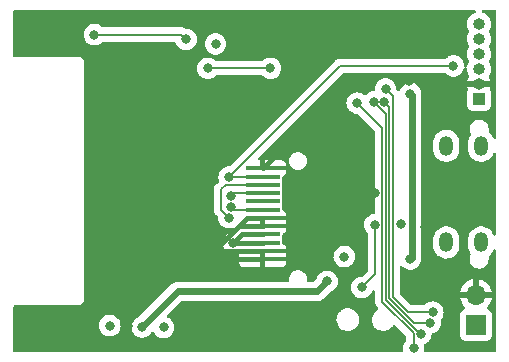
<source format=gbr>
%TF.GenerationSoftware,KiCad,Pcbnew,(6.0.0)*%
%TF.CreationDate,2022-02-04T16:42:34+08:00*%
%TF.ProjectId,screen,73637265-656e-42e6-9b69-6361645f7063,rev?*%
%TF.SameCoordinates,Original*%
%TF.FileFunction,Copper,L4,Bot*%
%TF.FilePolarity,Positive*%
%FSLAX46Y46*%
G04 Gerber Fmt 4.6, Leading zero omitted, Abs format (unit mm)*
G04 Created by KiCad (PCBNEW (6.0.0)) date 2022-02-04 16:42:34*
%MOMM*%
%LPD*%
G01*
G04 APERTURE LIST*
%TA.AperFunction,ComponentPad*%
%ADD10O,1.200000X1.700000*%
%TD*%
%TA.AperFunction,ComponentPad*%
%ADD11R,1.000000X1.000000*%
%TD*%
%TA.AperFunction,ComponentPad*%
%ADD12O,1.000000X1.000000*%
%TD*%
%TA.AperFunction,ComponentPad*%
%ADD13R,1.700000X1.700000*%
%TD*%
%TA.AperFunction,ComponentPad*%
%ADD14O,1.700000X1.700000*%
%TD*%
%TA.AperFunction,SMDPad,CuDef*%
%ADD15R,3.000000X0.350000*%
%TD*%
%TA.AperFunction,ViaPad*%
%ADD16C,0.800000*%
%TD*%
%TA.AperFunction,Conductor*%
%ADD17C,0.400000*%
%TD*%
%TA.AperFunction,Conductor*%
%ADD18C,0.200000*%
%TD*%
%TA.AperFunction,Conductor*%
%ADD19C,0.600000*%
%TD*%
G04 APERTURE END LIST*
D10*
%TO.P,J1,SH*%
%TO.N,N/C*%
X146150000Y-104899999D03*
X146150000Y-96700000D03*
X149090000Y-96700000D03*
X149090000Y-104899999D03*
%TD*%
D11*
%TO.P,J2,1,Pin_1*%
%TO.N,+3V3*%
X148900000Y-92760000D03*
D12*
%TO.P,J2,2,Pin_2*%
%TO.N,GND*%
X148900000Y-91490000D03*
%TO.P,J2,3,Pin_3*%
%TO.N,/nRST*%
X148900000Y-90220000D03*
%TO.P,J2,4,Pin_4*%
%TO.N,/GPIO0*%
X148900000Y-88950000D03*
%TO.P,J2,5,Pin_5*%
%TO.N,/TXD*%
X148900000Y-87680000D03*
%TO.P,J2,6,Pin_6*%
%TO.N,/RXD*%
X148900000Y-86410000D03*
%TD*%
D13*
%TO.P,J3,1,Pin_1*%
%TO.N,+BATT*%
X148650000Y-111900000D03*
D14*
%TO.P,J3,2,Pin_2*%
%TO.N,GND*%
X148650000Y-109360000D03*
%TD*%
D15*
%TO.P,J4,1,Pin_1*%
%TO.N,GND*%
X130585000Y-106320000D03*
%TO.P,J4,2,Pin_2*%
X130585000Y-105620000D03*
%TO.P,J4,3,Pin_3*%
%TO.N,+3V3*%
X130585000Y-104920000D03*
%TO.P,J4,4,Pin_4*%
X130585000Y-104220000D03*
%TO.P,J4,5,Pin_5*%
%TO.N,GND*%
X130585000Y-103520000D03*
%TO.P,J4,6,Pin_6*%
X130585000Y-102820000D03*
%TO.P,J4,7,Pin_7*%
%TO.N,/GPIO0*%
X130585000Y-102120000D03*
%TO.P,J4,8,Pin_8*%
%TO.N,unconnected-(J3-Pad8)*%
X130585000Y-101420000D03*
%TO.P,J4,9,Pin_9*%
%TO.N,/GPIO14*%
X130585000Y-100720000D03*
%TO.P,J4,10,Pin_10*%
%TO.N,/GPIO13*%
X130585000Y-100020000D03*
%TO.P,J4,11,Pin_11*%
%TO.N,/nRST*%
X130585000Y-99320000D03*
%TO.P,J4,12,Pin_12*%
%TO.N,GND*%
X130585000Y-98620000D03*
%TD*%
D16*
%TO.N,+3V3*%
X137500000Y-106100000D03*
X126610000Y-88090000D03*
X117650000Y-111950000D03*
X122200000Y-112100000D03*
X142300000Y-103350000D03*
X128124463Y-104964780D03*
%TO.N,GND*%
X131783792Y-97379311D03*
X133050000Y-92100000D03*
X135200000Y-87725000D03*
X117770000Y-96680000D03*
X119160000Y-96630000D03*
X117810000Y-98220000D03*
X133650000Y-87725000D03*
X127225000Y-112975000D03*
X144300000Y-103550000D03*
X140100000Y-100700000D03*
X119200000Y-111950000D03*
X137200000Y-98800000D03*
X147700000Y-98050000D03*
X143000000Y-91250000D03*
X125900000Y-112875000D03*
X128775000Y-113000000D03*
X126625000Y-105475000D03*
X119260000Y-98170000D03*
X132025000Y-87750000D03*
%TO.N,/nRST*%
X127750000Y-99350000D03*
X146750000Y-89950000D03*
%TO.N,/GPIO0*%
X125950000Y-90150000D03*
X131250000Y-90150000D03*
X127881079Y-101904136D03*
%TO.N,/GPIO14*%
X127925000Y-100950000D03*
%TO.N,/GPIO13*%
X127742808Y-102792948D03*
%TO.N,Net-(R15-Pad2)*%
X116350000Y-87300000D03*
X124100000Y-87700000D03*
%TO.N,+BATT*%
X136050000Y-108200000D03*
X143100000Y-106300000D03*
X120400000Y-112050000D03*
X143100000Y-92300000D03*
%TO.N,Net-(D1-Pad1)*%
X143375000Y-113850000D03*
X138600000Y-93100000D03*
%TO.N,Net-(D1-Pad2)*%
X143975000Y-112625000D03*
X140000000Y-93000000D03*
%TO.N,Net-(D3-Pad1)*%
X140900000Y-93000000D03*
X144800000Y-111700000D03*
%TO.N,Net-(D3-Pad2)*%
X141000000Y-91900000D03*
X145000000Y-110800000D03*
%TO.N,Net-(C7-Pad1)*%
X139000000Y-108700000D03*
X140100000Y-103400000D03*
%TD*%
D17*
%TO.N,+3V3*%
X130585000Y-104220000D02*
X128869243Y-104220000D01*
X128169243Y-104920000D02*
X128124463Y-104964780D01*
X128869243Y-104220000D02*
X128124463Y-104964780D01*
X130585000Y-104920000D02*
X128169243Y-104920000D01*
%TO.N,GND*%
X129280000Y-102820000D02*
X126625000Y-105475000D01*
X126814281Y-105664281D02*
X126625000Y-105475000D01*
X130585000Y-98620000D02*
X130585000Y-98578103D01*
X130585000Y-105620000D02*
X130540719Y-105664281D01*
X130585000Y-106320000D02*
X127470000Y-106320000D01*
X130585000Y-103520000D02*
X128580000Y-103520000D01*
X127470000Y-106320000D02*
X126625000Y-105475000D01*
X130585000Y-102820000D02*
X129280000Y-102820000D01*
X130585000Y-98578103D02*
X131783792Y-97379311D01*
X128580000Y-103520000D02*
X126625000Y-105475000D01*
X130540719Y-105664281D02*
X126814281Y-105664281D01*
D18*
%TO.N,/nRST*%
X127780000Y-99320000D02*
X130585000Y-99320000D01*
X127750000Y-99350000D02*
X127780000Y-99320000D01*
X137150000Y-89950000D02*
X146750000Y-89950000D01*
X127750000Y-99350000D02*
X137150000Y-89950000D01*
%TO.N,/GPIO0*%
X131250000Y-90150000D02*
X125950000Y-90150000D01*
X128096943Y-102120000D02*
X127881079Y-101904136D01*
X130585000Y-102120000D02*
X128096943Y-102120000D01*
%TO.N,/GPIO14*%
X128155000Y-100720000D02*
X130585000Y-100720000D01*
X127925000Y-100950000D02*
X128155000Y-100720000D01*
%TO.N,/GPIO13*%
X127100000Y-100375000D02*
X127100000Y-102150140D01*
X130585000Y-100020000D02*
X127455000Y-100020000D01*
X127100000Y-102150140D02*
X127742808Y-102792948D01*
X127455000Y-100020000D02*
X127100000Y-100375000D01*
%TO.N,Net-(R15-Pad2)*%
X123700000Y-87300000D02*
X124100000Y-87700000D01*
X116350000Y-87300000D02*
X123700000Y-87300000D01*
D19*
%TO.N,+BATT*%
X135200479Y-109049521D02*
X136050000Y-108200000D01*
X143199501Y-92399501D02*
X143100000Y-92300000D01*
X123400479Y-109049521D02*
X135200479Y-109049521D01*
X143199501Y-106200499D02*
X143199501Y-92399501D01*
X120400000Y-112050000D02*
X123400479Y-109049521D01*
X143100000Y-106300000D02*
X143199501Y-106200499D01*
D18*
%TO.N,Net-(D1-Pad1)*%
X140700000Y-109900000D02*
X143375000Y-112575000D01*
X143375000Y-112575000D02*
X143375000Y-113850000D01*
X138600000Y-93100000D02*
X140700000Y-95200000D01*
X140700000Y-95200000D02*
X140700000Y-109900000D01*
%TO.N,Net-(D1-Pad2)*%
X143877856Y-112625000D02*
X143975000Y-112625000D01*
X141000490Y-94000490D02*
X141000490Y-109747634D01*
X141000490Y-109747634D02*
X143877856Y-112625000D01*
X140000000Y-93000000D02*
X141000490Y-94000490D01*
%TO.N,Net-(D3-Pad1)*%
X141300000Y-109623572D02*
X143376428Y-111700000D01*
X143376428Y-111700000D02*
X144800000Y-111700000D01*
X140900000Y-93000000D02*
X141300000Y-93400000D01*
X141300000Y-93400000D02*
X141300000Y-109623572D01*
%TO.N,Net-(D3-Pad2)*%
X142900000Y-110800000D02*
X141599510Y-109499510D01*
X145000000Y-110800000D02*
X142900000Y-110800000D01*
X141599510Y-92499510D02*
X141000000Y-91900000D01*
X141599510Y-109499510D02*
X141599510Y-92499510D01*
%TO.N,Net-(C7-Pad1)*%
X139000000Y-108700000D02*
X140100000Y-107600000D01*
X140100000Y-107600000D02*
X140100000Y-103400000D01*
%TD*%
%TA.AperFunction,Conductor*%
%TO.N,GND*%
G36*
X148605715Y-85228002D02*
G01*
X148652208Y-85281658D01*
X148662312Y-85351932D01*
X148632818Y-85416512D01*
X148573168Y-85454874D01*
X148547120Y-85462540D01*
X148520381Y-85470410D01*
X148514923Y-85473263D01*
X148514919Y-85473265D01*
X148424147Y-85520720D01*
X148345110Y-85562040D01*
X148190975Y-85685968D01*
X148063846Y-85837474D01*
X148060879Y-85842872D01*
X148060875Y-85842877D01*
X148057397Y-85849204D01*
X147968567Y-86010787D01*
X147966706Y-86016654D01*
X147966705Y-86016656D01*
X147910627Y-86193436D01*
X147908765Y-86199306D01*
X147886719Y-86395851D01*
X147903268Y-86592934D01*
X147913436Y-86628393D01*
X147955366Y-86774620D01*
X147957783Y-86783050D01*
X148048187Y-86958956D01*
X148052016Y-86963787D01*
X148053839Y-86966088D01*
X148054414Y-86967509D01*
X148055353Y-86968966D01*
X148055076Y-86969144D01*
X148080474Y-87031898D01*
X148067301Y-87101662D01*
X148063846Y-87107474D01*
X147968567Y-87280787D01*
X147966706Y-87286654D01*
X147966705Y-87286656D01*
X147928450Y-87407251D01*
X147908765Y-87469306D01*
X147886719Y-87665851D01*
X147889987Y-87704771D01*
X147901498Y-87841852D01*
X147903268Y-87862934D01*
X147957783Y-88053050D01*
X148048187Y-88228956D01*
X148052016Y-88233787D01*
X148053839Y-88236088D01*
X148054414Y-88237509D01*
X148055353Y-88238966D01*
X148055076Y-88239144D01*
X148080474Y-88301898D01*
X148067301Y-88371662D01*
X148063846Y-88377474D01*
X147968567Y-88550787D01*
X147966706Y-88556654D01*
X147966705Y-88556656D01*
X147910627Y-88733436D01*
X147908765Y-88739306D01*
X147886719Y-88935851D01*
X147887235Y-88941995D01*
X147902043Y-89118342D01*
X147903268Y-89132934D01*
X147923835Y-89204658D01*
X147954974Y-89313253D01*
X147957783Y-89323050D01*
X147960602Y-89328535D01*
X148044375Y-89491538D01*
X148048187Y-89498956D01*
X148052016Y-89503787D01*
X148053839Y-89506088D01*
X148054414Y-89507509D01*
X148055353Y-89508966D01*
X148055076Y-89509144D01*
X148080474Y-89571898D01*
X148067301Y-89641662D01*
X148063846Y-89647474D01*
X147968567Y-89820787D01*
X147966706Y-89826654D01*
X147966705Y-89826656D01*
X147925495Y-89956568D01*
X147908765Y-90009306D01*
X147907767Y-90008989D01*
X147876813Y-90066330D01*
X147839326Y-90087034D01*
X147870635Y-90115769D01*
X147888684Y-90184434D01*
X147887949Y-90194885D01*
X147886719Y-90205851D01*
X147887235Y-90211995D01*
X147898505Y-90346206D01*
X147903268Y-90402934D01*
X147957783Y-90593050D01*
X147960602Y-90598535D01*
X148031886Y-90737237D01*
X148048187Y-90768956D01*
X148054164Y-90776497D01*
X148054843Y-90778174D01*
X148055353Y-90778966D01*
X148055203Y-90779063D01*
X148080802Y-90842304D01*
X148067633Y-90912069D01*
X148064254Y-90917754D01*
X148064262Y-90917758D01*
X147971998Y-91085585D01*
X147967166Y-91096858D01*
X147928506Y-91218731D01*
X147928202Y-91232831D01*
X147934763Y-91236000D01*
X149858183Y-91236000D01*
X149871714Y-91232027D01*
X149872806Y-91224433D01*
X149838231Y-91109919D01*
X149833560Y-91098586D01*
X149746537Y-90934918D01*
X149739435Y-90924228D01*
X149718398Y-90856420D01*
X149734827Y-90792264D01*
X149742327Y-90779063D01*
X149794658Y-90686944D01*
X149822723Y-90637542D01*
X149822725Y-90637537D01*
X149825769Y-90632179D01*
X149888197Y-90444513D01*
X149912985Y-90248295D01*
X149913380Y-90220000D01*
X149894080Y-90023167D01*
X149889800Y-90008989D01*
X149849621Y-89875911D01*
X149836916Y-89833831D01*
X149744066Y-89659204D01*
X149740167Y-89654424D01*
X149739715Y-89653743D01*
X149718676Y-89585935D01*
X149735105Y-89521775D01*
X149735263Y-89521498D01*
X149761088Y-89476037D01*
X149822723Y-89367542D01*
X149822725Y-89367537D01*
X149825769Y-89362179D01*
X149888197Y-89174513D01*
X149912985Y-88978295D01*
X149913380Y-88950000D01*
X149894080Y-88753167D01*
X149836916Y-88563831D01*
X149744066Y-88389204D01*
X149740167Y-88384424D01*
X149739715Y-88383743D01*
X149718676Y-88315935D01*
X149735105Y-88251775D01*
X149822723Y-88097542D01*
X149822725Y-88097537D01*
X149825769Y-88092179D01*
X149888197Y-87904513D01*
X149912985Y-87708295D01*
X149913380Y-87680000D01*
X149894080Y-87483167D01*
X149836916Y-87293831D01*
X149744066Y-87119204D01*
X149740167Y-87114424D01*
X149739715Y-87113743D01*
X149718676Y-87045935D01*
X149735105Y-86981775D01*
X149822723Y-86827542D01*
X149822725Y-86827537D01*
X149825769Y-86822179D01*
X149888197Y-86634513D01*
X149912985Y-86438295D01*
X149913380Y-86410000D01*
X149894080Y-86213167D01*
X149836916Y-86023831D01*
X149744066Y-85849204D01*
X149673709Y-85762938D01*
X149622960Y-85700713D01*
X149622957Y-85700710D01*
X149619065Y-85695938D01*
X149612724Y-85690692D01*
X149471425Y-85573799D01*
X149471421Y-85573797D01*
X149466675Y-85569870D01*
X149292701Y-85475802D01*
X149223449Y-85454365D01*
X149164289Y-85415114D01*
X149135742Y-85350109D01*
X149146871Y-85279990D01*
X149194142Y-85227019D01*
X149260708Y-85208000D01*
X150241000Y-85208000D01*
X150309121Y-85228002D01*
X150355614Y-85281658D01*
X150367000Y-85334000D01*
X150367000Y-95991464D01*
X150346998Y-96059585D01*
X150293342Y-96106078D01*
X150223068Y-96116182D01*
X150158488Y-96086688D01*
X150124730Y-96039267D01*
X150123908Y-96036466D01*
X150121164Y-96031138D01*
X150121163Y-96031135D01*
X150029804Y-95853751D01*
X150029802Y-95853748D01*
X150027058Y-95848420D01*
X149896396Y-95682080D01*
X149758627Y-95562530D01*
X149720288Y-95502779D01*
X149716095Y-95452448D01*
X149732762Y-95312673D01*
X149733596Y-95305680D01*
X149714636Y-95125288D01*
X149656182Y-94953579D01*
X149561138Y-94799088D01*
X149556207Y-94794053D01*
X149556205Y-94794050D01*
X149439157Y-94674525D01*
X149439156Y-94674524D01*
X149434229Y-94669493D01*
X149281762Y-94571235D01*
X149275142Y-94568826D01*
X149275139Y-94568824D01*
X149117934Y-94511606D01*
X149117933Y-94511606D01*
X149111315Y-94509197D01*
X148971231Y-94491500D01*
X148874390Y-94491500D01*
X148739745Y-94506603D01*
X148733092Y-94508920D01*
X148733091Y-94508920D01*
X148575106Y-94563936D01*
X148575103Y-94563938D01*
X148568448Y-94566255D01*
X148562469Y-94569991D01*
X148554367Y-94575054D01*
X148414624Y-94662374D01*
X148409628Y-94667335D01*
X148409627Y-94667336D01*
X148290915Y-94785222D01*
X148290912Y-94785226D01*
X148285918Y-94790185D01*
X148188727Y-94943334D01*
X148186362Y-94949976D01*
X148130243Y-95107575D01*
X148130242Y-95107580D01*
X148127881Y-95114210D01*
X148106404Y-95294320D01*
X148107140Y-95301323D01*
X148107140Y-95301324D01*
X148121772Y-95440533D01*
X148125364Y-95474712D01*
X148150102Y-95547379D01*
X148171890Y-95611381D01*
X148183818Y-95646421D01*
X148193696Y-95662477D01*
X148212354Y-95730978D01*
X148192230Y-95796847D01*
X148101380Y-95937548D01*
X148099137Y-95943114D01*
X148060793Y-96038259D01*
X148022314Y-96133737D01*
X147981772Y-96341337D01*
X147981500Y-96346899D01*
X147981500Y-97002846D01*
X147996548Y-97160566D01*
X148056092Y-97363534D01*
X148058836Y-97368861D01*
X148058836Y-97368862D01*
X148062568Y-97376107D01*
X148152942Y-97551580D01*
X148283604Y-97717920D01*
X148288135Y-97721852D01*
X148288138Y-97721855D01*
X148370205Y-97793069D01*
X148443363Y-97856552D01*
X148448549Y-97859552D01*
X148448553Y-97859555D01*
X148544957Y-97915326D01*
X148626454Y-97962473D01*
X148826271Y-98031861D01*
X148832206Y-98032722D01*
X148832208Y-98032722D01*
X149029664Y-98061352D01*
X149029667Y-98061352D01*
X149035604Y-98062213D01*
X149246899Y-98052433D01*
X149378077Y-98020819D01*
X149446701Y-98004281D01*
X149446703Y-98004280D01*
X149452534Y-98002875D01*
X149457992Y-98000393D01*
X149457996Y-98000392D01*
X149584518Y-97942865D01*
X149645087Y-97915326D01*
X149817611Y-97792946D01*
X149963881Y-97640150D01*
X150078620Y-97462452D01*
X150124134Y-97349517D01*
X150168149Y-97293811D01*
X150235294Y-97270744D01*
X150304251Y-97287641D01*
X150353126Y-97339136D01*
X150367000Y-97396615D01*
X150367000Y-104191463D01*
X150346998Y-104259584D01*
X150293342Y-104306077D01*
X150223068Y-104316181D01*
X150158488Y-104286687D01*
X150124730Y-104239266D01*
X150123908Y-104236465D01*
X150121164Y-104231137D01*
X150121163Y-104231134D01*
X150029804Y-104053750D01*
X150029802Y-104053747D01*
X150027058Y-104048419D01*
X149896396Y-103882079D01*
X149891865Y-103878147D01*
X149891862Y-103878144D01*
X149741167Y-103747378D01*
X149736637Y-103743447D01*
X149731451Y-103740447D01*
X149731447Y-103740444D01*
X149558742Y-103640532D01*
X149553546Y-103637526D01*
X149353729Y-103568138D01*
X149347794Y-103567277D01*
X149347792Y-103567277D01*
X149150336Y-103538647D01*
X149150333Y-103538647D01*
X149144396Y-103537786D01*
X148933101Y-103547566D01*
X148801923Y-103579180D01*
X148733299Y-103595718D01*
X148733297Y-103595719D01*
X148727466Y-103597124D01*
X148722008Y-103599606D01*
X148722004Y-103599607D01*
X148618674Y-103646589D01*
X148534913Y-103684673D01*
X148362389Y-103807053D01*
X148216119Y-103959849D01*
X148101380Y-104137547D01*
X148099137Y-104143113D01*
X148039608Y-104290825D01*
X148022314Y-104333736D01*
X147981772Y-104541336D01*
X147981500Y-104546898D01*
X147981500Y-105202845D01*
X147996548Y-105360565D01*
X148056092Y-105563533D01*
X148058836Y-105568860D01*
X148058836Y-105568861D01*
X148144264Y-105734729D01*
X148152942Y-105751579D01*
X148156644Y-105756292D01*
X148156646Y-105756295D01*
X148184988Y-105792375D01*
X148211339Y-105858301D01*
X148197865Y-105928007D01*
X148192621Y-105937142D01*
X148192503Y-105937384D01*
X148188727Y-105943334D01*
X148186362Y-105949976D01*
X148130243Y-106107575D01*
X148130242Y-106107580D01*
X148127881Y-106114210D01*
X148127048Y-106121198D01*
X148127047Y-106121201D01*
X148113852Y-106231860D01*
X148106404Y-106294320D01*
X148107140Y-106301323D01*
X148107140Y-106301324D01*
X148124372Y-106465271D01*
X148125364Y-106474712D01*
X148183818Y-106646421D01*
X148278862Y-106800912D01*
X148283793Y-106805947D01*
X148283795Y-106805950D01*
X148375986Y-106900092D01*
X148405771Y-106930507D01*
X148558238Y-107028765D01*
X148564858Y-107031174D01*
X148564861Y-107031176D01*
X148722066Y-107088394D01*
X148728685Y-107090803D01*
X148868769Y-107108500D01*
X148965610Y-107108500D01*
X149100255Y-107093397D01*
X149114622Y-107088394D01*
X149264894Y-107036064D01*
X149264897Y-107036062D01*
X149271552Y-107033745D01*
X149279522Y-107028765D01*
X149419402Y-106941359D01*
X149425376Y-106937626D01*
X149437612Y-106925475D01*
X149549085Y-106814778D01*
X149549088Y-106814774D01*
X149554082Y-106809815D01*
X149576840Y-106773955D01*
X149602796Y-106733054D01*
X149651273Y-106656666D01*
X149690505Y-106546490D01*
X149709757Y-106492425D01*
X149709758Y-106492420D01*
X149712119Y-106485790D01*
X149713817Y-106471556D01*
X149732762Y-106312673D01*
X149733596Y-106305680D01*
X149731941Y-106289928D01*
X149716540Y-106143404D01*
X149729312Y-106073565D01*
X149768950Y-106027464D01*
X149812718Y-105996417D01*
X149812726Y-105996410D01*
X149817611Y-105992945D01*
X149963881Y-105840149D01*
X150078620Y-105662451D01*
X150124134Y-105549516D01*
X150168149Y-105493810D01*
X150235294Y-105470743D01*
X150304251Y-105487640D01*
X150353126Y-105539135D01*
X150367000Y-105596614D01*
X150367000Y-114066000D01*
X150346998Y-114134121D01*
X150293342Y-114180614D01*
X150241000Y-114192000D01*
X144391110Y-114192000D01*
X144322989Y-114171998D01*
X144276496Y-114118342D01*
X144266392Y-114048068D01*
X144266992Y-114044698D01*
X144268542Y-114039928D01*
X144269231Y-114033373D01*
X144269232Y-114033368D01*
X144287814Y-113856565D01*
X144288504Y-113850000D01*
X144268542Y-113660072D01*
X144254979Y-113618329D01*
X144252951Y-113547363D01*
X144289614Y-113486565D01*
X144323563Y-113464287D01*
X144425722Y-113418803D01*
X144425724Y-113418802D01*
X144431752Y-113416118D01*
X144586253Y-113303866D01*
X144676155Y-113204020D01*
X144709621Y-113166852D01*
X144709622Y-113166851D01*
X144714040Y-113161944D01*
X144809527Y-112996556D01*
X144868542Y-112814928D01*
X144870307Y-112798134D01*
X147291500Y-112798134D01*
X147298255Y-112860316D01*
X147349385Y-112996705D01*
X147436739Y-113113261D01*
X147553295Y-113200615D01*
X147689684Y-113251745D01*
X147751866Y-113258500D01*
X149548134Y-113258500D01*
X149610316Y-113251745D01*
X149746705Y-113200615D01*
X149863261Y-113113261D01*
X149950615Y-112996705D01*
X150001745Y-112860316D01*
X150008500Y-112798134D01*
X150008500Y-111001866D01*
X150001745Y-110939684D01*
X149950615Y-110803295D01*
X149863261Y-110686739D01*
X149746705Y-110599385D01*
X149627687Y-110554767D01*
X149570923Y-110512125D01*
X149546223Y-110445564D01*
X149561430Y-110376215D01*
X149582977Y-110347535D01*
X149684052Y-110246812D01*
X149690730Y-110238965D01*
X149815003Y-110066020D01*
X149820313Y-110057183D01*
X149914670Y-109866267D01*
X149918469Y-109856672D01*
X149980377Y-109652910D01*
X149982555Y-109642837D01*
X149983986Y-109631962D01*
X149981775Y-109617778D01*
X149968617Y-109614000D01*
X147333225Y-109614000D01*
X147319694Y-109617973D01*
X147318257Y-109627966D01*
X147348565Y-109762446D01*
X147351645Y-109772275D01*
X147431770Y-109969603D01*
X147436413Y-109978794D01*
X147547694Y-110160388D01*
X147553777Y-110168699D01*
X147693213Y-110329667D01*
X147700577Y-110336879D01*
X147705522Y-110340985D01*
X147745156Y-110399889D01*
X147746653Y-110470870D01*
X147709537Y-110531392D01*
X147669264Y-110555910D01*
X147561705Y-110596232D01*
X147561704Y-110596233D01*
X147553295Y-110599385D01*
X147436739Y-110686739D01*
X147349385Y-110803295D01*
X147298255Y-110939684D01*
X147291500Y-111001866D01*
X147291500Y-112798134D01*
X144870307Y-112798134D01*
X144880549Y-112700684D01*
X144907562Y-112635028D01*
X144965783Y-112594398D01*
X144979662Y-112590608D01*
X144996899Y-112586944D01*
X145082288Y-112568794D01*
X145187046Y-112522153D01*
X145250722Y-112493803D01*
X145250724Y-112493802D01*
X145256752Y-112491118D01*
X145411253Y-112378866D01*
X145466558Y-112317444D01*
X145534621Y-112241852D01*
X145534622Y-112241851D01*
X145539040Y-112236944D01*
X145621895Y-112093435D01*
X145631223Y-112077279D01*
X145631224Y-112077278D01*
X145634527Y-112071556D01*
X145693542Y-111889928D01*
X145706501Y-111766635D01*
X145712814Y-111706565D01*
X145713504Y-111700000D01*
X145701389Y-111584729D01*
X145694233Y-111516642D01*
X145694232Y-111516638D01*
X145693542Y-111510072D01*
X145690489Y-111500677D01*
X145686750Y-111489167D01*
X145684724Y-111418199D01*
X145712948Y-111365922D01*
X145734621Y-111341852D01*
X145734622Y-111341851D01*
X145739040Y-111336944D01*
X145774200Y-111276045D01*
X145831223Y-111177279D01*
X145831224Y-111177278D01*
X145834527Y-111171556D01*
X145893542Y-110989928D01*
X145899601Y-110932285D01*
X145912814Y-110806565D01*
X145913504Y-110800000D01*
X145901600Y-110686739D01*
X145894232Y-110616635D01*
X145894232Y-110616633D01*
X145893542Y-110610072D01*
X145834527Y-110428444D01*
X145739040Y-110263056D01*
X145717349Y-110238965D01*
X145615675Y-110126045D01*
X145615674Y-110126044D01*
X145611253Y-110121134D01*
X145456752Y-110008882D01*
X145450724Y-110006198D01*
X145450722Y-110006197D01*
X145288319Y-109933891D01*
X145288318Y-109933891D01*
X145282288Y-109931206D01*
X145188888Y-109911353D01*
X145101944Y-109892872D01*
X145101939Y-109892872D01*
X145095487Y-109891500D01*
X144904513Y-109891500D01*
X144898061Y-109892872D01*
X144898056Y-109892872D01*
X144811113Y-109911353D01*
X144717712Y-109931206D01*
X144711682Y-109933891D01*
X144711681Y-109933891D01*
X144549278Y-110006197D01*
X144549276Y-110006198D01*
X144543248Y-110008882D01*
X144537907Y-110012762D01*
X144537906Y-110012763D01*
X144463971Y-110066480D01*
X144388747Y-110121134D01*
X144384334Y-110126036D01*
X144384332Y-110126037D01*
X144362926Y-110149811D01*
X144302480Y-110187050D01*
X144269290Y-110191500D01*
X143204239Y-110191500D01*
X143136118Y-110171498D01*
X143115144Y-110154595D01*
X142244915Y-109284366D01*
X142210889Y-109222054D01*
X142208010Y-109195271D01*
X142208010Y-109094183D01*
X147314389Y-109094183D01*
X147315912Y-109102607D01*
X147328292Y-109106000D01*
X148377885Y-109106000D01*
X148393124Y-109101525D01*
X148394329Y-109100135D01*
X148396000Y-109092452D01*
X148396000Y-109087885D01*
X148904000Y-109087885D01*
X148908475Y-109103124D01*
X148909865Y-109104329D01*
X148917548Y-109106000D01*
X149968344Y-109106000D01*
X149981875Y-109102027D01*
X149983180Y-109092947D01*
X149941214Y-108925875D01*
X149937894Y-108916124D01*
X149852972Y-108720814D01*
X149848105Y-108711739D01*
X149732426Y-108532926D01*
X149726136Y-108524757D01*
X149582806Y-108367240D01*
X149575273Y-108360215D01*
X149408139Y-108228222D01*
X149399552Y-108222517D01*
X149213117Y-108119599D01*
X149203705Y-108115369D01*
X149002959Y-108044280D01*
X148992988Y-108041646D01*
X148921837Y-108028972D01*
X148908540Y-108030432D01*
X148904000Y-108044989D01*
X148904000Y-109087885D01*
X148396000Y-109087885D01*
X148396000Y-108043102D01*
X148392082Y-108029758D01*
X148377806Y-108027771D01*
X148339324Y-108033660D01*
X148329288Y-108036051D01*
X148126868Y-108102212D01*
X148117359Y-108106209D01*
X147928463Y-108204542D01*
X147919738Y-108210036D01*
X147749433Y-108337905D01*
X147741726Y-108344748D01*
X147594590Y-108498717D01*
X147588104Y-108506727D01*
X147468098Y-108682649D01*
X147463000Y-108691623D01*
X147373338Y-108884783D01*
X147369775Y-108894470D01*
X147314389Y-109094183D01*
X142208010Y-109094183D01*
X142208010Y-106995316D01*
X142228012Y-106927195D01*
X142281668Y-106880702D01*
X142351942Y-106870598D01*
X142416522Y-106900092D01*
X142427635Y-106910995D01*
X142488747Y-106978866D01*
X142643248Y-107091118D01*
X142649276Y-107093802D01*
X142649278Y-107093803D01*
X142811681Y-107166109D01*
X142817712Y-107168794D01*
X142911113Y-107188647D01*
X142998056Y-107207128D01*
X142998061Y-107207128D01*
X143004513Y-107208500D01*
X143195487Y-107208500D01*
X143201939Y-107207128D01*
X143201944Y-107207128D01*
X143288888Y-107188647D01*
X143382288Y-107168794D01*
X143388319Y-107166109D01*
X143550722Y-107093803D01*
X143550724Y-107093802D01*
X143556752Y-107091118D01*
X143711253Y-106978866D01*
X143720322Y-106968794D01*
X143834621Y-106841852D01*
X143834622Y-106841851D01*
X143839040Y-106836944D01*
X143934527Y-106671556D01*
X143993542Y-106489928D01*
X143994872Y-106477279D01*
X144012814Y-106306565D01*
X144013504Y-106300000D01*
X144008691Y-106254207D01*
X144008001Y-106241037D01*
X144008001Y-106215366D01*
X144008002Y-106214926D01*
X144008347Y-106116163D01*
X144008347Y-106116157D01*
X144008359Y-106112629D01*
X144008090Y-106111426D01*
X144008001Y-106109782D01*
X144008001Y-105202845D01*
X145041500Y-105202845D01*
X145056548Y-105360565D01*
X145116092Y-105563533D01*
X145118836Y-105568860D01*
X145118836Y-105568861D01*
X145204264Y-105734729D01*
X145212942Y-105751579D01*
X145343604Y-105917919D01*
X145348135Y-105921851D01*
X145348138Y-105921854D01*
X145469758Y-106027390D01*
X145503363Y-106056551D01*
X145508549Y-106059551D01*
X145508553Y-106059554D01*
X145670665Y-106153338D01*
X145686454Y-106162472D01*
X145886271Y-106231860D01*
X145892206Y-106232721D01*
X145892208Y-106232721D01*
X146089664Y-106261351D01*
X146089667Y-106261351D01*
X146095604Y-106262212D01*
X146306899Y-106252432D01*
X146462526Y-106214926D01*
X146506701Y-106204280D01*
X146506703Y-106204279D01*
X146512534Y-106202874D01*
X146517992Y-106200392D01*
X146517996Y-106200391D01*
X146652720Y-106139135D01*
X146705087Y-106115325D01*
X146872492Y-105996576D01*
X146872725Y-105996411D01*
X146872726Y-105996410D01*
X146877611Y-105992945D01*
X147023881Y-105840149D01*
X147138620Y-105662451D01*
X147201417Y-105506632D01*
X147215442Y-105471831D01*
X147215443Y-105471828D01*
X147217686Y-105466262D01*
X147258228Y-105258662D01*
X147258500Y-105253100D01*
X147258500Y-104597153D01*
X147243452Y-104439433D01*
X147183908Y-104236465D01*
X147160932Y-104191854D01*
X147089804Y-104053750D01*
X147089802Y-104053747D01*
X147087058Y-104048419D01*
X146956396Y-103882079D01*
X146951865Y-103878147D01*
X146951862Y-103878144D01*
X146801167Y-103747378D01*
X146796637Y-103743447D01*
X146791451Y-103740447D01*
X146791447Y-103740444D01*
X146618742Y-103640532D01*
X146613546Y-103637526D01*
X146413729Y-103568138D01*
X146407794Y-103567277D01*
X146407792Y-103567277D01*
X146210336Y-103538647D01*
X146210333Y-103538647D01*
X146204396Y-103537786D01*
X145993101Y-103547566D01*
X145861923Y-103579180D01*
X145793299Y-103595718D01*
X145793297Y-103595719D01*
X145787466Y-103597124D01*
X145782008Y-103599606D01*
X145782004Y-103599607D01*
X145678674Y-103646589D01*
X145594913Y-103684673D01*
X145422389Y-103807053D01*
X145276119Y-103959849D01*
X145161380Y-104137547D01*
X145159137Y-104143113D01*
X145099608Y-104290825D01*
X145082314Y-104333736D01*
X145041772Y-104541336D01*
X145041500Y-104546898D01*
X145041500Y-105202845D01*
X144008001Y-105202845D01*
X144008001Y-97002846D01*
X145041500Y-97002846D01*
X145056548Y-97160566D01*
X145116092Y-97363534D01*
X145118836Y-97368861D01*
X145118836Y-97368862D01*
X145122568Y-97376107D01*
X145212942Y-97551580D01*
X145343604Y-97717920D01*
X145348135Y-97721852D01*
X145348138Y-97721855D01*
X145430205Y-97793069D01*
X145503363Y-97856552D01*
X145508549Y-97859552D01*
X145508553Y-97859555D01*
X145604957Y-97915326D01*
X145686454Y-97962473D01*
X145886271Y-98031861D01*
X145892206Y-98032722D01*
X145892208Y-98032722D01*
X146089664Y-98061352D01*
X146089667Y-98061352D01*
X146095604Y-98062213D01*
X146306899Y-98052433D01*
X146438077Y-98020819D01*
X146506701Y-98004281D01*
X146506703Y-98004280D01*
X146512534Y-98002875D01*
X146517992Y-98000393D01*
X146517996Y-98000392D01*
X146644518Y-97942865D01*
X146705087Y-97915326D01*
X146877611Y-97792946D01*
X147023881Y-97640150D01*
X147138620Y-97462452D01*
X147188318Y-97339136D01*
X147215442Y-97271832D01*
X147215443Y-97271829D01*
X147217686Y-97266263D01*
X147258228Y-97058663D01*
X147258500Y-97053101D01*
X147258500Y-96397154D01*
X147243452Y-96239434D01*
X147183908Y-96036466D01*
X147181162Y-96031135D01*
X147089804Y-95853751D01*
X147089802Y-95853748D01*
X147087058Y-95848420D01*
X146956396Y-95682080D01*
X146951865Y-95678148D01*
X146951862Y-95678145D01*
X146801167Y-95547379D01*
X146796637Y-95543448D01*
X146791451Y-95540448D01*
X146791447Y-95540445D01*
X146618742Y-95440533D01*
X146613546Y-95437527D01*
X146413729Y-95368139D01*
X146407794Y-95367278D01*
X146407792Y-95367278D01*
X146210336Y-95338648D01*
X146210333Y-95338648D01*
X146204396Y-95337787D01*
X145993101Y-95347567D01*
X145861923Y-95379181D01*
X145793299Y-95395719D01*
X145793297Y-95395720D01*
X145787466Y-95397125D01*
X145782008Y-95399607D01*
X145782004Y-95399608D01*
X145666959Y-95451916D01*
X145594913Y-95484674D01*
X145422389Y-95607054D01*
X145276119Y-95759850D01*
X145161380Y-95937548D01*
X145159137Y-95943114D01*
X145120793Y-96038259D01*
X145082314Y-96133737D01*
X145041772Y-96341337D01*
X145041500Y-96346899D01*
X145041500Y-97002846D01*
X144008001Y-97002846D01*
X144008001Y-93308134D01*
X147891500Y-93308134D01*
X147898255Y-93370316D01*
X147949385Y-93506705D01*
X148036739Y-93623261D01*
X148153295Y-93710615D01*
X148289684Y-93761745D01*
X148351866Y-93768500D01*
X149448134Y-93768500D01*
X149510316Y-93761745D01*
X149646705Y-93710615D01*
X149763261Y-93623261D01*
X149850615Y-93506705D01*
X149901745Y-93370316D01*
X149908500Y-93308134D01*
X149908500Y-92211866D01*
X149901745Y-92149684D01*
X149850615Y-92013295D01*
X149845229Y-92006108D01*
X149840921Y-91998240D01*
X149842789Y-91997217D01*
X149822139Y-91941945D01*
X149828255Y-91893117D01*
X149872142Y-91761189D01*
X149872643Y-91747097D01*
X149866454Y-91744000D01*
X147942282Y-91744000D01*
X147928751Y-91747973D01*
X147927601Y-91755975D01*
X147956552Y-91856941D01*
X147961068Y-91868346D01*
X147964480Y-91874985D01*
X147977831Y-91944715D01*
X147957432Y-91997338D01*
X147959079Y-91998240D01*
X147954771Y-92006108D01*
X147949385Y-92013295D01*
X147898255Y-92149684D01*
X147891500Y-92211866D01*
X147891500Y-93308134D01*
X144008001Y-93308134D01*
X144008001Y-92408761D01*
X144008008Y-92407442D01*
X144008587Y-92352136D01*
X144009270Y-92340284D01*
X144012814Y-92306565D01*
X144013504Y-92300000D01*
X143998531Y-92157540D01*
X143994232Y-92116635D01*
X143994232Y-92116633D01*
X143993542Y-92110072D01*
X143934527Y-91928444D01*
X143839040Y-91763056D01*
X143824671Y-91747097D01*
X143715675Y-91626045D01*
X143715674Y-91626044D01*
X143711253Y-91621134D01*
X143556752Y-91508882D01*
X143550724Y-91506198D01*
X143550722Y-91506197D01*
X143388319Y-91433891D01*
X143388318Y-91433891D01*
X143382288Y-91431206D01*
X143288887Y-91411353D01*
X143201944Y-91392872D01*
X143201939Y-91392872D01*
X143195487Y-91391500D01*
X143004513Y-91391500D01*
X142998061Y-91392872D01*
X142998056Y-91392872D01*
X142911113Y-91411353D01*
X142817712Y-91431206D01*
X142811682Y-91433891D01*
X142811681Y-91433891D01*
X142649278Y-91506197D01*
X142649276Y-91506198D01*
X142643248Y-91508882D01*
X142488747Y-91621134D01*
X142484326Y-91626044D01*
X142484325Y-91626045D01*
X142375330Y-91747097D01*
X142360960Y-91763056D01*
X142265473Y-91928444D01*
X142263432Y-91934726D01*
X142238131Y-92012594D01*
X142198057Y-92071199D01*
X142132660Y-92098836D01*
X142062704Y-92086729D01*
X142034011Y-92066193D01*
X142033497Y-92065523D01*
X142026951Y-92060500D01*
X142026948Y-92060497D01*
X142008131Y-92046058D01*
X141995740Y-92035191D01*
X141949719Y-91989170D01*
X141915693Y-91926858D01*
X141913159Y-91903284D01*
X141913504Y-91900000D01*
X141897526Y-91747973D01*
X141894232Y-91716635D01*
X141894232Y-91716633D01*
X141893542Y-91710072D01*
X141834527Y-91528444D01*
X141739040Y-91363056D01*
X141624639Y-91236000D01*
X141615675Y-91226045D01*
X141615674Y-91226044D01*
X141611253Y-91221134D01*
X141456752Y-91108882D01*
X141450724Y-91106198D01*
X141450722Y-91106197D01*
X141288319Y-91033891D01*
X141288318Y-91033891D01*
X141282288Y-91031206D01*
X141188888Y-91011353D01*
X141101944Y-90992872D01*
X141101939Y-90992872D01*
X141095487Y-90991500D01*
X140904513Y-90991500D01*
X140898061Y-90992872D01*
X140898056Y-90992872D01*
X140811113Y-91011353D01*
X140717712Y-91031206D01*
X140711682Y-91033891D01*
X140711681Y-91033891D01*
X140549278Y-91106197D01*
X140549276Y-91106198D01*
X140543248Y-91108882D01*
X140388747Y-91221134D01*
X140384326Y-91226044D01*
X140384325Y-91226045D01*
X140375362Y-91236000D01*
X140260960Y-91363056D01*
X140165473Y-91528444D01*
X140106458Y-91710072D01*
X140105768Y-91716633D01*
X140105768Y-91716635D01*
X140102474Y-91747973D01*
X140086496Y-91900000D01*
X140087186Y-91906565D01*
X140091996Y-91952330D01*
X140079224Y-92022168D01*
X140030722Y-92074015D01*
X139966686Y-92091500D01*
X139904513Y-92091500D01*
X139898061Y-92092872D01*
X139898056Y-92092872D01*
X139817139Y-92110072D01*
X139717712Y-92131206D01*
X139711682Y-92133891D01*
X139711681Y-92133891D01*
X139549278Y-92206197D01*
X139549276Y-92206198D01*
X139543248Y-92208882D01*
X139388747Y-92321134D01*
X139340033Y-92375236D01*
X139279589Y-92412474D01*
X139208605Y-92411122D01*
X139172338Y-92392860D01*
X139062094Y-92312763D01*
X139062093Y-92312762D01*
X139056752Y-92308882D01*
X139050724Y-92306198D01*
X139050722Y-92306197D01*
X138888319Y-92233891D01*
X138888318Y-92233891D01*
X138882288Y-92231206D01*
X138788888Y-92211353D01*
X138701944Y-92192872D01*
X138701939Y-92192872D01*
X138695487Y-92191500D01*
X138504513Y-92191500D01*
X138498061Y-92192872D01*
X138498056Y-92192872D01*
X138411112Y-92211353D01*
X138317712Y-92231206D01*
X138311682Y-92233891D01*
X138311681Y-92233891D01*
X138149278Y-92306197D01*
X138149276Y-92306198D01*
X138143248Y-92308882D01*
X138137907Y-92312762D01*
X138137906Y-92312763D01*
X138119631Y-92326041D01*
X137988747Y-92421134D01*
X137984326Y-92426044D01*
X137984325Y-92426045D01*
X137910903Y-92507589D01*
X137860960Y-92563056D01*
X137765473Y-92728444D01*
X137706458Y-92910072D01*
X137686496Y-93100000D01*
X137706458Y-93289928D01*
X137765473Y-93471556D01*
X137860960Y-93636944D01*
X137865378Y-93641851D01*
X137865379Y-93641852D01*
X137930132Y-93713767D01*
X137988747Y-93778866D01*
X138143248Y-93891118D01*
X138149276Y-93893802D01*
X138149278Y-93893803D01*
X138311681Y-93966109D01*
X138317712Y-93968794D01*
X138411113Y-93988647D01*
X138498056Y-94007128D01*
X138498061Y-94007128D01*
X138504513Y-94008500D01*
X138595761Y-94008500D01*
X138663882Y-94028502D01*
X138684856Y-94045405D01*
X140054595Y-95415144D01*
X140088621Y-95477456D01*
X140091500Y-95504239D01*
X140091500Y-102370977D01*
X140071498Y-102439098D01*
X140017842Y-102485591D01*
X139991697Y-102494224D01*
X139954172Y-102502200D01*
X139817712Y-102531206D01*
X139811682Y-102533891D01*
X139811681Y-102533891D01*
X139649278Y-102606197D01*
X139649276Y-102606198D01*
X139643248Y-102608882D01*
X139488747Y-102721134D01*
X139360960Y-102863056D01*
X139265473Y-103028444D01*
X139206458Y-103210072D01*
X139205768Y-103216633D01*
X139205768Y-103216635D01*
X139193701Y-103331452D01*
X139186496Y-103400000D01*
X139187186Y-103406565D01*
X139204375Y-103570105D01*
X139206458Y-103589928D01*
X139265473Y-103771556D01*
X139360960Y-103936944D01*
X139365378Y-103941851D01*
X139365379Y-103941852D01*
X139459136Y-104045980D01*
X139489854Y-104109987D01*
X139491500Y-104130290D01*
X139491500Y-107295761D01*
X139471498Y-107363882D01*
X139454595Y-107384857D01*
X139084855Y-107754596D01*
X139022543Y-107788621D01*
X138995760Y-107791500D01*
X138904513Y-107791500D01*
X138898061Y-107792872D01*
X138898056Y-107792872D01*
X138811113Y-107811353D01*
X138717712Y-107831206D01*
X138711682Y-107833891D01*
X138711681Y-107833891D01*
X138549278Y-107906197D01*
X138549276Y-107906198D01*
X138543248Y-107908882D01*
X138388747Y-108021134D01*
X138384326Y-108026044D01*
X138384325Y-108026045D01*
X138303898Y-108115369D01*
X138260960Y-108163056D01*
X138165473Y-108328444D01*
X138106458Y-108510072D01*
X138105768Y-108516633D01*
X138105768Y-108516635D01*
X138104056Y-108532926D01*
X138086496Y-108700000D01*
X138106458Y-108889928D01*
X138165473Y-109071556D01*
X138168776Y-109077278D01*
X138168777Y-109077279D01*
X138185359Y-109106000D01*
X138260960Y-109236944D01*
X138265378Y-109241851D01*
X138265379Y-109241852D01*
X138374118Y-109362619D01*
X138388747Y-109378866D01*
X138406815Y-109391993D01*
X138534452Y-109484727D01*
X138543248Y-109491118D01*
X138549276Y-109493802D01*
X138549278Y-109493803D01*
X138702048Y-109561820D01*
X138717712Y-109568794D01*
X138811113Y-109588647D01*
X138898056Y-109607128D01*
X138898061Y-109607128D01*
X138904513Y-109608500D01*
X139095487Y-109608500D01*
X139101939Y-109607128D01*
X139101944Y-109607128D01*
X139188888Y-109588647D01*
X139282288Y-109568794D01*
X139297952Y-109561820D01*
X139450722Y-109493803D01*
X139450724Y-109493802D01*
X139456752Y-109491118D01*
X139465549Y-109484727D01*
X139593185Y-109391993D01*
X139611253Y-109378866D01*
X139625882Y-109362619D01*
X139734621Y-109241852D01*
X139734622Y-109241851D01*
X139739040Y-109236944D01*
X139814641Y-109106000D01*
X139831223Y-109077279D01*
X139831224Y-109077278D01*
X139834527Y-109071556D01*
X139845668Y-109037269D01*
X139885741Y-108978665D01*
X139951138Y-108951028D01*
X140021094Y-108963135D01*
X140073400Y-109011141D01*
X140091500Y-109076207D01*
X140091500Y-109851864D01*
X140090422Y-109868307D01*
X140086250Y-109900000D01*
X140091500Y-109939880D01*
X140091500Y-109939885D01*
X140093496Y-109955041D01*
X140096322Y-109976508D01*
X140096322Y-109976510D01*
X140104336Y-110037381D01*
X140107162Y-110058851D01*
X140168476Y-110206876D01*
X140173503Y-110213427D01*
X140173504Y-110213429D01*
X140241520Y-110302069D01*
X140241526Y-110302075D01*
X140266013Y-110333987D01*
X140272568Y-110339017D01*
X140291379Y-110353452D01*
X140303770Y-110364319D01*
X140343052Y-110403601D01*
X140377078Y-110465913D01*
X140372013Y-110536728D01*
X140329466Y-110593564D01*
X140315044Y-110602898D01*
X140255729Y-110635777D01*
X140255726Y-110635779D01*
X140250150Y-110638870D01*
X140245309Y-110643019D01*
X140245305Y-110643022D01*
X140200578Y-110681358D01*
X140102302Y-110765591D01*
X140098391Y-110770633D01*
X140098390Y-110770634D01*
X140073056Y-110803295D01*
X139982954Y-110919453D01*
X139980138Y-110925176D01*
X139980136Y-110925179D01*
X139904037Y-111079834D01*
X139896982Y-111094171D01*
X139895373Y-111100349D01*
X139895372Y-111100351D01*
X139873445Y-111184532D01*
X139847898Y-111282607D01*
X139847564Y-111288986D01*
X139840842Y-111417251D01*
X139837707Y-111477064D01*
X139866825Y-111669599D01*
X139869028Y-111675585D01*
X139869029Y-111675591D01*
X139931860Y-111846360D01*
X139931862Y-111846365D01*
X139934063Y-111852346D01*
X140036674Y-112017840D01*
X140041055Y-112022473D01*
X140041056Y-112022474D01*
X140145920Y-112133365D01*
X140170466Y-112159322D01*
X140329975Y-112271011D01*
X140335838Y-112273548D01*
X140502825Y-112345810D01*
X140502829Y-112345811D01*
X140508684Y-112348345D01*
X140514931Y-112349650D01*
X140514934Y-112349651D01*
X140694557Y-112387176D01*
X140694562Y-112387177D01*
X140699293Y-112388165D01*
X140705685Y-112388500D01*
X140848663Y-112388500D01*
X140917951Y-112381462D01*
X140987378Y-112374410D01*
X140987379Y-112374410D01*
X140993727Y-112373765D01*
X141074843Y-112348345D01*
X141173451Y-112317444D01*
X141173456Y-112317442D01*
X141179541Y-112315535D01*
X141266475Y-112267346D01*
X141344271Y-112224223D01*
X141344274Y-112224221D01*
X141349850Y-112221130D01*
X141354691Y-112216981D01*
X141354695Y-112216978D01*
X141492855Y-112098560D01*
X141497698Y-112094409D01*
X141510986Y-112077279D01*
X141613131Y-111945594D01*
X141617046Y-111940547D01*
X141626060Y-111922228D01*
X141674082Y-111869936D01*
X141742751Y-111851907D01*
X141810266Y-111873866D01*
X141828211Y-111888760D01*
X142729595Y-112790144D01*
X142763621Y-112852456D01*
X142766500Y-112879239D01*
X142766500Y-113119710D01*
X142746498Y-113187831D01*
X142734136Y-113204020D01*
X142644235Y-113303866D01*
X142635960Y-113313056D01*
X142632659Y-113318774D01*
X142548647Y-113464287D01*
X142540473Y-113478444D01*
X142481458Y-113660072D01*
X142461496Y-113850000D01*
X142462186Y-113856565D01*
X142480768Y-114033368D01*
X142480769Y-114033373D01*
X142481458Y-114039928D01*
X142482000Y-114041597D01*
X142476733Y-114110597D01*
X142433915Y-114167229D01*
X142367277Y-114191721D01*
X142358890Y-114192000D01*
X109609000Y-114192000D01*
X109540879Y-114171998D01*
X109494386Y-114118342D01*
X109483000Y-114066000D01*
X109483000Y-111950000D01*
X116736496Y-111950000D01*
X116756458Y-112139928D01*
X116815473Y-112321556D01*
X116910960Y-112486944D01*
X117038747Y-112628866D01*
X117056621Y-112641852D01*
X117176385Y-112728866D01*
X117193248Y-112741118D01*
X117199276Y-112743802D01*
X117199278Y-112743803D01*
X117361681Y-112816109D01*
X117367712Y-112818794D01*
X117454479Y-112837237D01*
X117548056Y-112857128D01*
X117548061Y-112857128D01*
X117554513Y-112858500D01*
X117745487Y-112858500D01*
X117751939Y-112857128D01*
X117751944Y-112857128D01*
X117845521Y-112837237D01*
X117932288Y-112818794D01*
X117938319Y-112816109D01*
X118100722Y-112743803D01*
X118100724Y-112743802D01*
X118106752Y-112741118D01*
X118123616Y-112728866D01*
X118243379Y-112641852D01*
X118261253Y-112628866D01*
X118389040Y-112486944D01*
X118484527Y-112321556D01*
X118543542Y-112139928D01*
X118552994Y-112050000D01*
X119486496Y-112050000D01*
X119487186Y-112056565D01*
X119496608Y-112146206D01*
X119506458Y-112239928D01*
X119565473Y-112421556D01*
X119660960Y-112586944D01*
X119665378Y-112591851D01*
X119665379Y-112591852D01*
X119702203Y-112632749D01*
X119788747Y-112728866D01*
X119857566Y-112778866D01*
X119915842Y-112821206D01*
X119943248Y-112841118D01*
X119949276Y-112843802D01*
X119949278Y-112843803D01*
X120046833Y-112887237D01*
X120117712Y-112918794D01*
X120211113Y-112938647D01*
X120298056Y-112957128D01*
X120298061Y-112957128D01*
X120304513Y-112958500D01*
X120495487Y-112958500D01*
X120501939Y-112957128D01*
X120501944Y-112957128D01*
X120588887Y-112938647D01*
X120682288Y-112918794D01*
X120753167Y-112887237D01*
X120850722Y-112843803D01*
X120850724Y-112843802D01*
X120856752Y-112841118D01*
X120884159Y-112821206D01*
X120942434Y-112778866D01*
X121011253Y-112728866D01*
X121097797Y-112632749D01*
X121134621Y-112591852D01*
X121134622Y-112591851D01*
X121139040Y-112586944D01*
X121176447Y-112522153D01*
X121227829Y-112473160D01*
X121297543Y-112459724D01*
X121363454Y-112486110D01*
X121394685Y-112522153D01*
X121460960Y-112636944D01*
X121465378Y-112641851D01*
X121465379Y-112641852D01*
X121557176Y-112743803D01*
X121588747Y-112778866D01*
X121743248Y-112891118D01*
X121749276Y-112893802D01*
X121749278Y-112893803D01*
X121894591Y-112958500D01*
X121917712Y-112968794D01*
X122009466Y-112988297D01*
X122098056Y-113007128D01*
X122098061Y-113007128D01*
X122104513Y-113008500D01*
X122295487Y-113008500D01*
X122301939Y-113007128D01*
X122301944Y-113007128D01*
X122390534Y-112988297D01*
X122482288Y-112968794D01*
X122505409Y-112958500D01*
X122650722Y-112893803D01*
X122650724Y-112893802D01*
X122656752Y-112891118D01*
X122811253Y-112778866D01*
X122842824Y-112743803D01*
X122934621Y-112641852D01*
X122934622Y-112641851D01*
X122939040Y-112636944D01*
X123034527Y-112471556D01*
X123093542Y-112289928D01*
X123095916Y-112267346D01*
X123112814Y-112106565D01*
X123113504Y-112100000D01*
X123097739Y-111950000D01*
X123094232Y-111916635D01*
X123094232Y-111916633D01*
X123093542Y-111910072D01*
X123034527Y-111728444D01*
X122939040Y-111563056D01*
X122899169Y-111518774D01*
X122861613Y-111477064D01*
X136837707Y-111477064D01*
X136866825Y-111669599D01*
X136869028Y-111675585D01*
X136869029Y-111675591D01*
X136931860Y-111846360D01*
X136931862Y-111846365D01*
X136934063Y-111852346D01*
X137036674Y-112017840D01*
X137041055Y-112022473D01*
X137041056Y-112022474D01*
X137145920Y-112133365D01*
X137170466Y-112159322D01*
X137329975Y-112271011D01*
X137335838Y-112273548D01*
X137502825Y-112345810D01*
X137502829Y-112345811D01*
X137508684Y-112348345D01*
X137514931Y-112349650D01*
X137514934Y-112349651D01*
X137694557Y-112387176D01*
X137694562Y-112387177D01*
X137699293Y-112388165D01*
X137705685Y-112388500D01*
X137848663Y-112388500D01*
X137917951Y-112381462D01*
X137987378Y-112374410D01*
X137987379Y-112374410D01*
X137993727Y-112373765D01*
X138074843Y-112348345D01*
X138173451Y-112317444D01*
X138173456Y-112317442D01*
X138179541Y-112315535D01*
X138266475Y-112267346D01*
X138344271Y-112224223D01*
X138344274Y-112224221D01*
X138349850Y-112221130D01*
X138354691Y-112216981D01*
X138354695Y-112216978D01*
X138492855Y-112098560D01*
X138497698Y-112094409D01*
X138510986Y-112077279D01*
X138613131Y-111945594D01*
X138617046Y-111940547D01*
X138628813Y-111916635D01*
X138700200Y-111771556D01*
X138703018Y-111765829D01*
X138720165Y-111700000D01*
X138750492Y-111583575D01*
X138750492Y-111583572D01*
X138752102Y-111577393D01*
X138760291Y-111421134D01*
X138761959Y-111389317D01*
X138761959Y-111389313D01*
X138762293Y-111382936D01*
X138733175Y-111190401D01*
X138730972Y-111184415D01*
X138730971Y-111184409D01*
X138668140Y-111013640D01*
X138668138Y-111013635D01*
X138665937Y-111007654D01*
X138563326Y-110842160D01*
X138534525Y-110811703D01*
X138433919Y-110705315D01*
X138429534Y-110700678D01*
X138270025Y-110588989D01*
X138193584Y-110555910D01*
X138097175Y-110514190D01*
X138097171Y-110514189D01*
X138091316Y-110511655D01*
X138085069Y-110510350D01*
X138085066Y-110510349D01*
X137905443Y-110472824D01*
X137905438Y-110472823D01*
X137900707Y-110471835D01*
X137894315Y-110471500D01*
X137751337Y-110471500D01*
X137682049Y-110478538D01*
X137612622Y-110485590D01*
X137612621Y-110485590D01*
X137606273Y-110486235D01*
X137549939Y-110503889D01*
X137426549Y-110542556D01*
X137426544Y-110542558D01*
X137420459Y-110544465D01*
X137344713Y-110586452D01*
X137255729Y-110635777D01*
X137255726Y-110635779D01*
X137250150Y-110638870D01*
X137245309Y-110643019D01*
X137245305Y-110643022D01*
X137200578Y-110681358D01*
X137102302Y-110765591D01*
X137098391Y-110770633D01*
X137098390Y-110770634D01*
X137073056Y-110803295D01*
X136982954Y-110919453D01*
X136980138Y-110925176D01*
X136980136Y-110925179D01*
X136904037Y-111079834D01*
X136896982Y-111094171D01*
X136895373Y-111100349D01*
X136895372Y-111100351D01*
X136873445Y-111184532D01*
X136847898Y-111282607D01*
X136847564Y-111288986D01*
X136840842Y-111417251D01*
X136837707Y-111477064D01*
X122861613Y-111477064D01*
X122815675Y-111426045D01*
X122815674Y-111426044D01*
X122811253Y-111421134D01*
X122656752Y-111308882D01*
X122650726Y-111306199D01*
X122650719Y-111306195D01*
X122571968Y-111271134D01*
X122566666Y-111268774D01*
X122512571Y-111222795D01*
X122491921Y-111154868D01*
X122511273Y-111086559D01*
X122528820Y-111064572D01*
X123698466Y-109894926D01*
X123760778Y-109860900D01*
X123787561Y-109858021D01*
X135191265Y-109858021D01*
X135192585Y-109858028D01*
X135282700Y-109858972D01*
X135325076Y-109849810D01*
X135337642Y-109847752D01*
X135380734Y-109842918D01*
X135387385Y-109840602D01*
X135387389Y-109840601D01*
X135412409Y-109831888D01*
X135427221Y-109827725D01*
X135453098Y-109822130D01*
X135459989Y-109820640D01*
X135499292Y-109802313D01*
X135511068Y-109797531D01*
X135552031Y-109783266D01*
X135558006Y-109779532D01*
X135558009Y-109779531D01*
X135580474Y-109765494D01*
X135593991Y-109758155D01*
X135617993Y-109746962D01*
X135617994Y-109746961D01*
X135624381Y-109743983D01*
X135658632Y-109717415D01*
X135669091Y-109710119D01*
X135699883Y-109690879D01*
X135699886Y-109690877D01*
X135705855Y-109687147D01*
X135734658Y-109658545D01*
X135735283Y-109657960D01*
X135735949Y-109657443D01*
X135761939Y-109631453D01*
X135834561Y-109559336D01*
X135835219Y-109558299D01*
X135836322Y-109557070D01*
X136301912Y-109091480D01*
X136339758Y-109065468D01*
X136340201Y-109065271D01*
X136403092Y-109037270D01*
X136500722Y-108993803D01*
X136500724Y-108993802D01*
X136506752Y-108991118D01*
X136661253Y-108878866D01*
X136789040Y-108736944D01*
X136884527Y-108571556D01*
X136943542Y-108389928D01*
X136944415Y-108381627D01*
X136962814Y-108206565D01*
X136963504Y-108200000D01*
X136954609Y-108115369D01*
X136944232Y-108016635D01*
X136944232Y-108016633D01*
X136943542Y-108010072D01*
X136884527Y-107828444D01*
X136863990Y-107792872D01*
X136809620Y-107698702D01*
X136789040Y-107663056D01*
X136661253Y-107521134D01*
X136562157Y-107449136D01*
X136512094Y-107412763D01*
X136512093Y-107412762D01*
X136506752Y-107408882D01*
X136500724Y-107406198D01*
X136500722Y-107406197D01*
X136338319Y-107333891D01*
X136338318Y-107333891D01*
X136332288Y-107331206D01*
X136238888Y-107311353D01*
X136151944Y-107292872D01*
X136151939Y-107292872D01*
X136145487Y-107291500D01*
X135954513Y-107291500D01*
X135948061Y-107292872D01*
X135948056Y-107292872D01*
X135861112Y-107311353D01*
X135767712Y-107331206D01*
X135761682Y-107333891D01*
X135761681Y-107333891D01*
X135599278Y-107406197D01*
X135599276Y-107406198D01*
X135593248Y-107408882D01*
X135587907Y-107412762D01*
X135587906Y-107412763D01*
X135537843Y-107449136D01*
X135438747Y-107521134D01*
X135310960Y-107663056D01*
X135215473Y-107828444D01*
X135213433Y-107834724D01*
X135213432Y-107834725D01*
X135194646Y-107892542D01*
X135163908Y-107942700D01*
X134902492Y-108204116D01*
X134840180Y-108238142D01*
X134813397Y-108241021D01*
X134456074Y-108241021D01*
X134387953Y-108221019D01*
X134341460Y-108167363D01*
X134330316Y-108107219D01*
X134334732Y-108036051D01*
X134339503Y-107959138D01*
X134336679Y-107942700D01*
X134311106Y-107793875D01*
X134311105Y-107793873D01*
X134309866Y-107786660D01*
X134241346Y-107625627D01*
X134137617Y-107484676D01*
X134132039Y-107479937D01*
X134132036Y-107479934D01*
X134009824Y-107376107D01*
X134009820Y-107376104D01*
X134004245Y-107371368D01*
X133920062Y-107328382D01*
X133854900Y-107295108D01*
X133854898Y-107295107D01*
X133848384Y-107291781D01*
X133841279Y-107290042D01*
X133841275Y-107290041D01*
X133747741Y-107267154D01*
X133678394Y-107250185D01*
X133672794Y-107249838D01*
X133672790Y-107249837D01*
X133669291Y-107249620D01*
X133669282Y-107249620D01*
X133667352Y-107249500D01*
X133541178Y-107249500D01*
X133449631Y-107260173D01*
X133418444Y-107263809D01*
X133418442Y-107263809D01*
X133411172Y-107264657D01*
X133404295Y-107267153D01*
X133404292Y-107267154D01*
X133333441Y-107292872D01*
X133246669Y-107324369D01*
X133100315Y-107420323D01*
X132979960Y-107547372D01*
X132892061Y-107698702D01*
X132841333Y-107866193D01*
X132830497Y-108040862D01*
X132831737Y-108048077D01*
X132831737Y-108048082D01*
X132839573Y-108093684D01*
X132831396Y-108164208D01*
X132786388Y-108219115D01*
X132715393Y-108241021D01*
X123409693Y-108241021D01*
X123408373Y-108241014D01*
X123407298Y-108241003D01*
X123318258Y-108240070D01*
X123275882Y-108249232D01*
X123263316Y-108251290D01*
X123220224Y-108256124D01*
X123213573Y-108258440D01*
X123213569Y-108258441D01*
X123188549Y-108267154D01*
X123173736Y-108271317D01*
X123140969Y-108278402D01*
X123101666Y-108296729D01*
X123089890Y-108301511D01*
X123048927Y-108315776D01*
X123042952Y-108319510D01*
X123042949Y-108319511D01*
X123020484Y-108333548D01*
X123006967Y-108340887D01*
X122982965Y-108352080D01*
X122976577Y-108355059D01*
X122971012Y-108359376D01*
X122971010Y-108359377D01*
X122942326Y-108381627D01*
X122931867Y-108388923D01*
X122901075Y-108408163D01*
X122901072Y-108408165D01*
X122895103Y-108411895D01*
X122890108Y-108416855D01*
X122890107Y-108416856D01*
X122866300Y-108440497D01*
X122865675Y-108441082D01*
X122865009Y-108441599D01*
X122839019Y-108467589D01*
X122766397Y-108539706D01*
X122765739Y-108540743D01*
X122764636Y-108541972D01*
X120148088Y-111158520D01*
X120110242Y-111184532D01*
X119949278Y-111256197D01*
X119949276Y-111256198D01*
X119943248Y-111258882D01*
X119937907Y-111262762D01*
X119937906Y-111262763D01*
X119887843Y-111299136D01*
X119788747Y-111371134D01*
X119784326Y-111376044D01*
X119784325Y-111376045D01*
X119687679Y-111483382D01*
X119660960Y-111513056D01*
X119565473Y-111678444D01*
X119506458Y-111860072D01*
X119486496Y-112050000D01*
X118552994Y-112050000D01*
X118563504Y-111950000D01*
X118557190Y-111889928D01*
X118544232Y-111766635D01*
X118544232Y-111766633D01*
X118543542Y-111760072D01*
X118484527Y-111578444D01*
X118389040Y-111413056D01*
X118367666Y-111389317D01*
X118265675Y-111276045D01*
X118265674Y-111276044D01*
X118261253Y-111271134D01*
X118106752Y-111158882D01*
X118100724Y-111156198D01*
X118100722Y-111156197D01*
X117938319Y-111083891D01*
X117938318Y-111083891D01*
X117932288Y-111081206D01*
X117838887Y-111061353D01*
X117751944Y-111042872D01*
X117751939Y-111042872D01*
X117745487Y-111041500D01*
X117554513Y-111041500D01*
X117548061Y-111042872D01*
X117548056Y-111042872D01*
X117461113Y-111061353D01*
X117367712Y-111081206D01*
X117361682Y-111083891D01*
X117361681Y-111083891D01*
X117199278Y-111156197D01*
X117199276Y-111156198D01*
X117193248Y-111158882D01*
X117038747Y-111271134D01*
X117034326Y-111276044D01*
X117034325Y-111276045D01*
X116932335Y-111389317D01*
X116910960Y-111413056D01*
X116815473Y-111578444D01*
X116756458Y-111760072D01*
X116755768Y-111766633D01*
X116755768Y-111766635D01*
X116742810Y-111889928D01*
X116736496Y-111950000D01*
X109483000Y-111950000D01*
X109483000Y-110334000D01*
X109503002Y-110265879D01*
X109556658Y-110219386D01*
X109609000Y-110208000D01*
X114966298Y-110208000D01*
X114967069Y-110208002D01*
X115044652Y-110208476D01*
X115053281Y-110206010D01*
X115053286Y-110206009D01*
X115073048Y-110200361D01*
X115089809Y-110196783D01*
X115110152Y-110193870D01*
X115110162Y-110193867D01*
X115119045Y-110192595D01*
X115142395Y-110181979D01*
X115159907Y-110175536D01*
X115175937Y-110170954D01*
X115184565Y-110168488D01*
X115209548Y-110152726D01*
X115224614Y-110144596D01*
X115251510Y-110132367D01*
X115270939Y-110115626D01*
X115285947Y-110104521D01*
X115300039Y-110095630D01*
X115307631Y-110090840D01*
X115327182Y-110068703D01*
X115339374Y-110056659D01*
X115354949Y-110043239D01*
X115354950Y-110043237D01*
X115361747Y-110037381D01*
X115366626Y-110029853D01*
X115366629Y-110029850D01*
X115375696Y-110015861D01*
X115386986Y-110000987D01*
X115398012Y-109988502D01*
X115403956Y-109981772D01*
X115416510Y-109955034D01*
X115424824Y-109940065D01*
X115440893Y-109915273D01*
X115448239Y-109890709D01*
X115454901Y-109873264D01*
X115461984Y-109858178D01*
X115461984Y-109858177D01*
X115465799Y-109850052D01*
X115470343Y-109820870D01*
X115474126Y-109804151D01*
X115480014Y-109784464D01*
X115480015Y-109784461D01*
X115482587Y-109775859D01*
X115482797Y-109741444D01*
X115482830Y-109740672D01*
X115483000Y-109739577D01*
X115483000Y-109708702D01*
X115483002Y-109707932D01*
X115483452Y-109634284D01*
X115483452Y-109634283D01*
X115483476Y-109630348D01*
X115483092Y-109629004D01*
X115483000Y-109627659D01*
X115483000Y-106539669D01*
X128577001Y-106539669D01*
X128577371Y-106546490D01*
X128582895Y-106597352D01*
X128586521Y-106612604D01*
X128631676Y-106733054D01*
X128640214Y-106748649D01*
X128716715Y-106850724D01*
X128729276Y-106863285D01*
X128831351Y-106939786D01*
X128846946Y-106948324D01*
X128967394Y-106993478D01*
X128982649Y-106997105D01*
X129033514Y-107002631D01*
X129040328Y-107003000D01*
X130391885Y-107003000D01*
X130407124Y-106998525D01*
X130408329Y-106997135D01*
X130410000Y-106989452D01*
X130410000Y-106984884D01*
X130760000Y-106984884D01*
X130764475Y-107000123D01*
X130765865Y-107001328D01*
X130773548Y-107002999D01*
X132129669Y-107002999D01*
X132136490Y-107002629D01*
X132187352Y-106997105D01*
X132202604Y-106993479D01*
X132323054Y-106948324D01*
X132338649Y-106939786D01*
X132440724Y-106863285D01*
X132453285Y-106850724D01*
X132529786Y-106748649D01*
X132538324Y-106733054D01*
X132583478Y-106612606D01*
X132587105Y-106597351D01*
X132592631Y-106546486D01*
X132593000Y-106539672D01*
X132593000Y-106513115D01*
X132588525Y-106497876D01*
X132587135Y-106496671D01*
X132579452Y-106495000D01*
X130778115Y-106495000D01*
X130762876Y-106499475D01*
X130761671Y-106500865D01*
X130760000Y-106508548D01*
X130760000Y-106984884D01*
X130410000Y-106984884D01*
X130410000Y-106513115D01*
X130405525Y-106497876D01*
X130404135Y-106496671D01*
X130396452Y-106495000D01*
X128595116Y-106495000D01*
X128579877Y-106499475D01*
X128578672Y-106500865D01*
X128577001Y-106508548D01*
X128577001Y-106539669D01*
X115483000Y-106539669D01*
X115483000Y-102150140D01*
X126486250Y-102150140D01*
X126491500Y-102190020D01*
X126491500Y-102190025D01*
X126502778Y-102275692D01*
X126507162Y-102308991D01*
X126568476Y-102457016D01*
X126573503Y-102463567D01*
X126573504Y-102463569D01*
X126641520Y-102552209D01*
X126641526Y-102552215D01*
X126666013Y-102584127D01*
X126672568Y-102589157D01*
X126691379Y-102603592D01*
X126703770Y-102614459D01*
X126793089Y-102703778D01*
X126827115Y-102766090D01*
X126829649Y-102789664D01*
X126829304Y-102792948D01*
X126829994Y-102799513D01*
X126837274Y-102868774D01*
X126849266Y-102982876D01*
X126908281Y-103164504D01*
X127003768Y-103329892D01*
X127008186Y-103334799D01*
X127008187Y-103334800D01*
X127127133Y-103466903D01*
X127131555Y-103471814D01*
X127286056Y-103584066D01*
X127292084Y-103586750D01*
X127292086Y-103586751D01*
X127454489Y-103659057D01*
X127460520Y-103661742D01*
X127553920Y-103681595D01*
X127640864Y-103700076D01*
X127640869Y-103700076D01*
X127647321Y-103701448D01*
X127838295Y-103701448D01*
X127844747Y-103700076D01*
X127844752Y-103700076D01*
X127931696Y-103681595D01*
X128025096Y-103661742D01*
X128059131Y-103646589D01*
X128125838Y-103616889D01*
X128196205Y-103607455D01*
X128260502Y-103637562D01*
X128298316Y-103697650D01*
X128297640Y-103768644D01*
X128266182Y-103821091D01*
X128057930Y-104029343D01*
X127995032Y-104063495D01*
X127842175Y-104095986D01*
X127836145Y-104098671D01*
X127836144Y-104098671D01*
X127673741Y-104170977D01*
X127673739Y-104170978D01*
X127667711Y-104173662D01*
X127513210Y-104285914D01*
X127508789Y-104290824D01*
X127508788Y-104290825D01*
X127464848Y-104339626D01*
X127385423Y-104427836D01*
X127343761Y-104499997D01*
X127295035Y-104584393D01*
X127289936Y-104593224D01*
X127230921Y-104774852D01*
X127210959Y-104964780D01*
X127230921Y-105154708D01*
X127289936Y-105336336D01*
X127385423Y-105501724D01*
X127389841Y-105506631D01*
X127389842Y-105506632D01*
X127441076Y-105563533D01*
X127513210Y-105643646D01*
X127667711Y-105755898D01*
X127673739Y-105758582D01*
X127673741Y-105758583D01*
X127836144Y-105830889D01*
X127842175Y-105833574D01*
X127925075Y-105851195D01*
X128022519Y-105871908D01*
X128022524Y-105871908D01*
X128028976Y-105873280D01*
X128219950Y-105873280D01*
X128226402Y-105871908D01*
X128226407Y-105871908D01*
X128323851Y-105851195D01*
X128406751Y-105833574D01*
X128412784Y-105830888D01*
X128412790Y-105830886D01*
X128413615Y-105830519D01*
X128414135Y-105830449D01*
X128419063Y-105828848D01*
X128419356Y-105829749D01*
X128483982Y-105821086D01*
X128548278Y-105851195D01*
X128581243Y-105906145D01*
X128583747Y-105905206D01*
X128591456Y-105925769D01*
X128596640Y-105996576D01*
X128591456Y-106014231D01*
X128586523Y-106027390D01*
X128582895Y-106042649D01*
X128577369Y-106093514D01*
X128577000Y-106100328D01*
X128577000Y-106126885D01*
X128581475Y-106142124D01*
X128582865Y-106143329D01*
X128590548Y-106145000D01*
X130391885Y-106145000D01*
X130407124Y-106140525D01*
X130408329Y-106139135D01*
X130410000Y-106131452D01*
X130410000Y-105754500D01*
X130430002Y-105686379D01*
X130483658Y-105639886D01*
X130536000Y-105628500D01*
X130628003Y-105628500D01*
X130631768Y-105628044D01*
X130635421Y-105627824D01*
X130704622Y-105643688D01*
X130754261Y-105694447D01*
X130768578Y-105763985D01*
X130766128Y-105780378D01*
X130760000Y-105808548D01*
X130760000Y-106126885D01*
X130764475Y-106142124D01*
X130765865Y-106143329D01*
X130773548Y-106145000D01*
X132574884Y-106145000D01*
X132590123Y-106140525D01*
X132591328Y-106139135D01*
X132592999Y-106131452D01*
X132592999Y-106100331D01*
X132592981Y-106100000D01*
X136586496Y-106100000D01*
X136587186Y-106106565D01*
X136602704Y-106254207D01*
X136606458Y-106289928D01*
X136665473Y-106471556D01*
X136668776Y-106477278D01*
X136668777Y-106477279D01*
X136686830Y-106508548D01*
X136760960Y-106636944D01*
X136765378Y-106641851D01*
X136765379Y-106641852D01*
X136884325Y-106773955D01*
X136888747Y-106778866D01*
X136987651Y-106850724D01*
X137028912Y-106880702D01*
X137043248Y-106891118D01*
X137049276Y-106893802D01*
X137049278Y-106893803D01*
X137171735Y-106948324D01*
X137217712Y-106968794D01*
X137311112Y-106988647D01*
X137398056Y-107007128D01*
X137398061Y-107007128D01*
X137404513Y-107008500D01*
X137595487Y-107008500D01*
X137601939Y-107007128D01*
X137601944Y-107007128D01*
X137688888Y-106988647D01*
X137782288Y-106968794D01*
X137828265Y-106948324D01*
X137950722Y-106893803D01*
X137950724Y-106893802D01*
X137956752Y-106891118D01*
X137971089Y-106880702D01*
X138012349Y-106850724D01*
X138111253Y-106778866D01*
X138115675Y-106773955D01*
X138234621Y-106641852D01*
X138234622Y-106641851D01*
X138239040Y-106636944D01*
X138313170Y-106508548D01*
X138331223Y-106477279D01*
X138331224Y-106477278D01*
X138334527Y-106471556D01*
X138393542Y-106289928D01*
X138397297Y-106254207D01*
X138412814Y-106106565D01*
X138413504Y-106100000D01*
X138405873Y-106027393D01*
X138394232Y-105916635D01*
X138394232Y-105916633D01*
X138393542Y-105910072D01*
X138334527Y-105728444D01*
X138239040Y-105563056D01*
X138233893Y-105557339D01*
X138115675Y-105426045D01*
X138115674Y-105426044D01*
X138111253Y-105421134D01*
X137956752Y-105308882D01*
X137950724Y-105306198D01*
X137950722Y-105306197D01*
X137788319Y-105233891D01*
X137788318Y-105233891D01*
X137782288Y-105231206D01*
X137688888Y-105211353D01*
X137601944Y-105192872D01*
X137601939Y-105192872D01*
X137595487Y-105191500D01*
X137404513Y-105191500D01*
X137398061Y-105192872D01*
X137398056Y-105192872D01*
X137311113Y-105211353D01*
X137217712Y-105231206D01*
X137211682Y-105233891D01*
X137211681Y-105233891D01*
X137049278Y-105306197D01*
X137049276Y-105306198D01*
X137043248Y-105308882D01*
X136888747Y-105421134D01*
X136884326Y-105426044D01*
X136884325Y-105426045D01*
X136766108Y-105557339D01*
X136760960Y-105563056D01*
X136665473Y-105728444D01*
X136606458Y-105910072D01*
X136605768Y-105916633D01*
X136605768Y-105916635D01*
X136594127Y-106027393D01*
X136586496Y-106100000D01*
X132592981Y-106100000D01*
X132592629Y-106093510D01*
X132587105Y-106042648D01*
X132583478Y-106027393D01*
X132578544Y-106014231D01*
X132573360Y-105943424D01*
X132578544Y-105925769D01*
X132583477Y-105912610D01*
X132587105Y-105897351D01*
X132592631Y-105846486D01*
X132593000Y-105839672D01*
X132593000Y-105813115D01*
X132588525Y-105797876D01*
X132587135Y-105796671D01*
X132579452Y-105795000D01*
X130962782Y-105795000D01*
X130894661Y-105774998D01*
X130848168Y-105721342D01*
X130838064Y-105651068D01*
X130867558Y-105586488D01*
X130904406Y-105557339D01*
X130908553Y-105555171D01*
X130915656Y-105552487D01*
X130935083Y-105539135D01*
X131039808Y-105467160D01*
X131111175Y-105445000D01*
X132574884Y-105445000D01*
X132590123Y-105440525D01*
X132591328Y-105439135D01*
X132592999Y-105431452D01*
X132592999Y-105400331D01*
X132592629Y-105393510D01*
X132587105Y-105342648D01*
X132583479Y-105327396D01*
X132538324Y-105206946D01*
X132529786Y-105191351D01*
X132453285Y-105089276D01*
X132440724Y-105076715D01*
X132338646Y-105000212D01*
X132320991Y-104990546D01*
X132270845Y-104940287D01*
X132255500Y-104880027D01*
X132255499Y-104734399D01*
X132255499Y-104728210D01*
X132245607Y-104678474D01*
X132219901Y-104640003D01*
X132198686Y-104572250D01*
X132219901Y-104499997D01*
X132238713Y-104471843D01*
X132245607Y-104461526D01*
X132255500Y-104411791D01*
X132255500Y-104259973D01*
X132275501Y-104191854D01*
X132320991Y-104149453D01*
X132338649Y-104139786D01*
X132440724Y-104063285D01*
X132453285Y-104050724D01*
X132529786Y-103948649D01*
X132538324Y-103933054D01*
X132583478Y-103812606D01*
X132587105Y-103797351D01*
X132592631Y-103746486D01*
X132593000Y-103739672D01*
X132593000Y-103713115D01*
X132588525Y-103697876D01*
X132587135Y-103696671D01*
X132579452Y-103695000D01*
X131110072Y-103695000D01*
X131037621Y-103672087D01*
X131022902Y-103661742D01*
X130922261Y-103591010D01*
X130915180Y-103588249D01*
X130908490Y-103584662D01*
X130909142Y-103583447D01*
X130859347Y-103545011D01*
X130835521Y-103478132D01*
X130851635Y-103408988D01*
X130902573Y-103359533D01*
X130961319Y-103345000D01*
X132574884Y-103345000D01*
X132590123Y-103340525D01*
X132591328Y-103339135D01*
X132592999Y-103331452D01*
X132592999Y-103300331D01*
X132592629Y-103293510D01*
X132587105Y-103242648D01*
X132583478Y-103227393D01*
X132578544Y-103214231D01*
X132573360Y-103143424D01*
X132578544Y-103125769D01*
X132583477Y-103112610D01*
X132587105Y-103097351D01*
X132592631Y-103046486D01*
X132593000Y-103039672D01*
X132593000Y-103013115D01*
X132588525Y-102997876D01*
X132587135Y-102996671D01*
X132579452Y-102995000D01*
X130778115Y-102995000D01*
X130762876Y-102999475D01*
X130761671Y-103000865D01*
X130760000Y-103008548D01*
X130760000Y-103326885D01*
X130767066Y-103350950D01*
X130767066Y-103421947D01*
X130728682Y-103481673D01*
X130664101Y-103511166D01*
X130637929Y-103512178D01*
X130635792Y-103512038D01*
X130631706Y-103511500D01*
X130536000Y-103511500D01*
X130467879Y-103491498D01*
X130421386Y-103437842D01*
X130410000Y-103385500D01*
X130410000Y-102854500D01*
X130430002Y-102786379D01*
X130483658Y-102739886D01*
X130536000Y-102728500D01*
X130624885Y-102728500D01*
X130680836Y-102721134D01*
X130735662Y-102713916D01*
X130743850Y-102712838D01*
X130751477Y-102709679D01*
X130751480Y-102709678D01*
X130884471Y-102654591D01*
X130932689Y-102645000D01*
X132574884Y-102645000D01*
X132590123Y-102640525D01*
X132591328Y-102639135D01*
X132592999Y-102631452D01*
X132592999Y-102600331D01*
X132592629Y-102593510D01*
X132587105Y-102542648D01*
X132583479Y-102527396D01*
X132538324Y-102406946D01*
X132529786Y-102391351D01*
X132453285Y-102289276D01*
X132440724Y-102276715D01*
X132338646Y-102200212D01*
X132320991Y-102190546D01*
X132270845Y-102140287D01*
X132255500Y-102080027D01*
X132255499Y-101934399D01*
X132255499Y-101928210D01*
X132245607Y-101878474D01*
X132219901Y-101840003D01*
X132198686Y-101772250D01*
X132219901Y-101699997D01*
X132238713Y-101671843D01*
X132245607Y-101661526D01*
X132255500Y-101611791D01*
X132255499Y-101228210D01*
X132245607Y-101178474D01*
X132219901Y-101140003D01*
X132198686Y-101072250D01*
X132219901Y-100999997D01*
X132238713Y-100971843D01*
X132245607Y-100961526D01*
X132255500Y-100911791D01*
X132255499Y-100528210D01*
X132245607Y-100478474D01*
X132219901Y-100440003D01*
X132198686Y-100372250D01*
X132219901Y-100299997D01*
X132238713Y-100271843D01*
X132245607Y-100261526D01*
X132255500Y-100211791D01*
X132255499Y-99828210D01*
X132245607Y-99778474D01*
X132219901Y-99740003D01*
X132198686Y-99672250D01*
X132219901Y-99599997D01*
X132238713Y-99571843D01*
X132245607Y-99561526D01*
X132255500Y-99511791D01*
X132255500Y-99359973D01*
X132275501Y-99291854D01*
X132320991Y-99249453D01*
X132338649Y-99239786D01*
X132440724Y-99163285D01*
X132453285Y-99150724D01*
X132529786Y-99048649D01*
X132538324Y-99033054D01*
X132583478Y-98912606D01*
X132587105Y-98897351D01*
X132592631Y-98846486D01*
X132593000Y-98839672D01*
X132593000Y-98813115D01*
X132588525Y-98797876D01*
X132587135Y-98796671D01*
X132579452Y-98795000D01*
X130932689Y-98795000D01*
X130884471Y-98785409D01*
X130751480Y-98730322D01*
X130751477Y-98730321D01*
X130743850Y-98727162D01*
X130624885Y-98711500D01*
X130536000Y-98711500D01*
X130467879Y-98691498D01*
X130421386Y-98637842D01*
X130410000Y-98585500D01*
X130410000Y-98426885D01*
X130760000Y-98426885D01*
X130764475Y-98442124D01*
X130765865Y-98443329D01*
X130773548Y-98445000D01*
X132574884Y-98445000D01*
X132590123Y-98440525D01*
X132591328Y-98439135D01*
X132592999Y-98431452D01*
X132592999Y-98400331D01*
X132592629Y-98393510D01*
X132587105Y-98342648D01*
X132583479Y-98327396D01*
X132538324Y-98206946D01*
X132529786Y-98191351D01*
X132453285Y-98089276D01*
X132440724Y-98076715D01*
X132392885Y-98040862D01*
X132830497Y-98040862D01*
X132831737Y-98048078D01*
X132831737Y-98048080D01*
X132858894Y-98206125D01*
X132860134Y-98213340D01*
X132928654Y-98374373D01*
X133032383Y-98515324D01*
X133037961Y-98520063D01*
X133037964Y-98520066D01*
X133160176Y-98623893D01*
X133160180Y-98623896D01*
X133165755Y-98628632D01*
X133183792Y-98637842D01*
X133262687Y-98678128D01*
X133321616Y-98708219D01*
X133328721Y-98709958D01*
X133328725Y-98709959D01*
X133399030Y-98727162D01*
X133491606Y-98749815D01*
X133497206Y-98750162D01*
X133497210Y-98750163D01*
X133500709Y-98750380D01*
X133500718Y-98750380D01*
X133502648Y-98750500D01*
X133628822Y-98750500D01*
X133720369Y-98739827D01*
X133751556Y-98736191D01*
X133751558Y-98736191D01*
X133758828Y-98735343D01*
X133765705Y-98732847D01*
X133765708Y-98732846D01*
X133916452Y-98678128D01*
X133923331Y-98675631D01*
X134069685Y-98579677D01*
X134190040Y-98452628D01*
X134277939Y-98301298D01*
X134328667Y-98133807D01*
X134339503Y-97959138D01*
X134336194Y-97939877D01*
X134311106Y-97793875D01*
X134311105Y-97793873D01*
X134309866Y-97786660D01*
X134241346Y-97625627D01*
X134137617Y-97484676D01*
X134132039Y-97479937D01*
X134132036Y-97479934D01*
X134009824Y-97376107D01*
X134009820Y-97376104D01*
X134004245Y-97371368D01*
X133920062Y-97328382D01*
X133854900Y-97295108D01*
X133854898Y-97295107D01*
X133848384Y-97291781D01*
X133841279Y-97290042D01*
X133841275Y-97290041D01*
X133747741Y-97267154D01*
X133678394Y-97250185D01*
X133672794Y-97249838D01*
X133672790Y-97249837D01*
X133669291Y-97249620D01*
X133669282Y-97249620D01*
X133667352Y-97249500D01*
X133541178Y-97249500D01*
X133449631Y-97260173D01*
X133418444Y-97263809D01*
X133418442Y-97263809D01*
X133411172Y-97264657D01*
X133404295Y-97267153D01*
X133404292Y-97267154D01*
X133330854Y-97293811D01*
X133246669Y-97324369D01*
X133100315Y-97420323D01*
X132979960Y-97547372D01*
X132892061Y-97698702D01*
X132841333Y-97866193D01*
X132830497Y-98040862D01*
X132392885Y-98040862D01*
X132338649Y-98000214D01*
X132323054Y-97991676D01*
X132202606Y-97946522D01*
X132187351Y-97942895D01*
X132136486Y-97937369D01*
X132129672Y-97937000D01*
X130778115Y-97937000D01*
X130762876Y-97941475D01*
X130761671Y-97942865D01*
X130760000Y-97950548D01*
X130760000Y-98426885D01*
X130410000Y-98426885D01*
X130410000Y-97955116D01*
X130405525Y-97939877D01*
X130404135Y-97938672D01*
X130396452Y-97937001D01*
X130327738Y-97937001D01*
X130259617Y-97916999D01*
X130213124Y-97863343D01*
X130203020Y-97793069D01*
X130232514Y-97728489D01*
X130238643Y-97721906D01*
X137365144Y-90595405D01*
X137427456Y-90561379D01*
X137454239Y-90558500D01*
X146019290Y-90558500D01*
X146087411Y-90578502D01*
X146112926Y-90600189D01*
X146138747Y-90628866D01*
X146293248Y-90741118D01*
X146299276Y-90743802D01*
X146299278Y-90743803D01*
X146461681Y-90816109D01*
X146467712Y-90818794D01*
X146533365Y-90832749D01*
X146648056Y-90857128D01*
X146648061Y-90857128D01*
X146654513Y-90858500D01*
X146845487Y-90858500D01*
X146851939Y-90857128D01*
X146851944Y-90857128D01*
X146966635Y-90832749D01*
X147032288Y-90818794D01*
X147038319Y-90816109D01*
X147200722Y-90743803D01*
X147200724Y-90743802D01*
X147206752Y-90741118D01*
X147361253Y-90628866D01*
X147388563Y-90598535D01*
X147484621Y-90491852D01*
X147484622Y-90491851D01*
X147489040Y-90486944D01*
X147584527Y-90321556D01*
X147641843Y-90145158D01*
X147642902Y-90141898D01*
X147682976Y-90083293D01*
X147710870Y-90071505D01*
X147686786Y-90053655D01*
X147661657Y-89987255D01*
X147661981Y-89964495D01*
X147662814Y-89956568D01*
X147662814Y-89956565D01*
X147663504Y-89950000D01*
X147652368Y-89844045D01*
X147644232Y-89766635D01*
X147644232Y-89766633D01*
X147643542Y-89760072D01*
X147584527Y-89578444D01*
X147570282Y-89553770D01*
X147520332Y-89467255D01*
X147489040Y-89413056D01*
X147430301Y-89347819D01*
X147365675Y-89276045D01*
X147365674Y-89276044D01*
X147361253Y-89271134D01*
X147206752Y-89158882D01*
X147200724Y-89156198D01*
X147200722Y-89156197D01*
X147038319Y-89083891D01*
X147038318Y-89083891D01*
X147032288Y-89081206D01*
X146938887Y-89061353D01*
X146851944Y-89042872D01*
X146851939Y-89042872D01*
X146845487Y-89041500D01*
X146654513Y-89041500D01*
X146648061Y-89042872D01*
X146648056Y-89042872D01*
X146561113Y-89061353D01*
X146467712Y-89081206D01*
X146461682Y-89083891D01*
X146461681Y-89083891D01*
X146299278Y-89156197D01*
X146299276Y-89156198D01*
X146293248Y-89158882D01*
X146287907Y-89162762D01*
X146287906Y-89162763D01*
X146177646Y-89242872D01*
X146138747Y-89271134D01*
X146134334Y-89276036D01*
X146134332Y-89276037D01*
X146112926Y-89299811D01*
X146052480Y-89337050D01*
X146019290Y-89341500D01*
X137198136Y-89341500D01*
X137181690Y-89340422D01*
X137158188Y-89337328D01*
X137150000Y-89336250D01*
X137141812Y-89337328D01*
X137110129Y-89341499D01*
X137110120Y-89341500D01*
X137110115Y-89341500D01*
X136991150Y-89357162D01*
X136843125Y-89418476D01*
X136843123Y-89418477D01*
X136843124Y-89418477D01*
X136747928Y-89491523D01*
X136747925Y-89491526D01*
X136716013Y-89516013D01*
X136710983Y-89522568D01*
X136696548Y-89541379D01*
X136685681Y-89553770D01*
X127834856Y-98404595D01*
X127772544Y-98438621D01*
X127745761Y-98441500D01*
X127654513Y-98441500D01*
X127648061Y-98442872D01*
X127648056Y-98442872D01*
X127561112Y-98461353D01*
X127467712Y-98481206D01*
X127461682Y-98483891D01*
X127461681Y-98483891D01*
X127299278Y-98556197D01*
X127299276Y-98556198D01*
X127293248Y-98558882D01*
X127287907Y-98562762D01*
X127287906Y-98562763D01*
X127264626Y-98579677D01*
X127138747Y-98671134D01*
X127134326Y-98676044D01*
X127134325Y-98676045D01*
X127067286Y-98750500D01*
X127010960Y-98813056D01*
X126915473Y-98978444D01*
X126856458Y-99160072D01*
X126836496Y-99350000D01*
X126837186Y-99356565D01*
X126852851Y-99505605D01*
X126856458Y-99539928D01*
X126858498Y-99546206D01*
X126886076Y-99631082D01*
X126888104Y-99702049D01*
X126855338Y-99759113D01*
X126703766Y-99910685D01*
X126691375Y-99921552D01*
X126666013Y-99941013D01*
X126641526Y-99972925D01*
X126641523Y-99972928D01*
X126568476Y-100068124D01*
X126507162Y-100216149D01*
X126507162Y-100216150D01*
X126491500Y-100335115D01*
X126491500Y-100335120D01*
X126486250Y-100375000D01*
X126487328Y-100383188D01*
X126490422Y-100406690D01*
X126491500Y-100423136D01*
X126491500Y-102102004D01*
X126490422Y-102118447D01*
X126486250Y-102150140D01*
X115483000Y-102150140D01*
X115483000Y-90150000D01*
X125036496Y-90150000D01*
X125037186Y-90156565D01*
X125055129Y-90327279D01*
X125056458Y-90339928D01*
X125115473Y-90521556D01*
X125210960Y-90686944D01*
X125215378Y-90691851D01*
X125215379Y-90691852D01*
X125329678Y-90818794D01*
X125338747Y-90828866D01*
X125493248Y-90941118D01*
X125499276Y-90943802D01*
X125499278Y-90943803D01*
X125521869Y-90953861D01*
X125667712Y-91018794D01*
X125761112Y-91038647D01*
X125848056Y-91057128D01*
X125848061Y-91057128D01*
X125854513Y-91058500D01*
X126045487Y-91058500D01*
X126051939Y-91057128D01*
X126051944Y-91057128D01*
X126138888Y-91038647D01*
X126232288Y-91018794D01*
X126378131Y-90953861D01*
X126400722Y-90943803D01*
X126400724Y-90943802D01*
X126406752Y-90941118D01*
X126446735Y-90912069D01*
X126542757Y-90842304D01*
X126561253Y-90828866D01*
X126572740Y-90816109D01*
X126587074Y-90800189D01*
X126647520Y-90762950D01*
X126680710Y-90758500D01*
X130519290Y-90758500D01*
X130587411Y-90778502D01*
X130612926Y-90800189D01*
X130627261Y-90816109D01*
X130638747Y-90828866D01*
X130657243Y-90842304D01*
X130753266Y-90912069D01*
X130793248Y-90941118D01*
X130799276Y-90943802D01*
X130799278Y-90943803D01*
X130821869Y-90953861D01*
X130967712Y-91018794D01*
X131061112Y-91038647D01*
X131148056Y-91057128D01*
X131148061Y-91057128D01*
X131154513Y-91058500D01*
X131345487Y-91058500D01*
X131351939Y-91057128D01*
X131351944Y-91057128D01*
X131438888Y-91038647D01*
X131532288Y-91018794D01*
X131678131Y-90953861D01*
X131700722Y-90943803D01*
X131700724Y-90943802D01*
X131706752Y-90941118D01*
X131861253Y-90828866D01*
X131870322Y-90818794D01*
X131984621Y-90691852D01*
X131984622Y-90691851D01*
X131989040Y-90686944D01*
X132084527Y-90521556D01*
X132143542Y-90339928D01*
X132144872Y-90327279D01*
X132162814Y-90156565D01*
X132163504Y-90150000D01*
X132150818Y-90029301D01*
X132144232Y-89966635D01*
X132144232Y-89966633D01*
X132143542Y-89960072D01*
X132084527Y-89778444D01*
X131989040Y-89613056D01*
X131963715Y-89584929D01*
X131865675Y-89476045D01*
X131865674Y-89476044D01*
X131861253Y-89471134D01*
X131728883Y-89374961D01*
X131712094Y-89362763D01*
X131712093Y-89362762D01*
X131706752Y-89358882D01*
X131700724Y-89356198D01*
X131700722Y-89356197D01*
X131538319Y-89283891D01*
X131538318Y-89283891D01*
X131532288Y-89281206D01*
X131425437Y-89258494D01*
X131351944Y-89242872D01*
X131351939Y-89242872D01*
X131345487Y-89241500D01*
X131154513Y-89241500D01*
X131148061Y-89242872D01*
X131148056Y-89242872D01*
X131074563Y-89258494D01*
X130967712Y-89281206D01*
X130961682Y-89283891D01*
X130961681Y-89283891D01*
X130799278Y-89356197D01*
X130799276Y-89356198D01*
X130793248Y-89358882D01*
X130787907Y-89362762D01*
X130787906Y-89362763D01*
X130771117Y-89374961D01*
X130638747Y-89471134D01*
X130634334Y-89476036D01*
X130634332Y-89476037D01*
X130612926Y-89499811D01*
X130552480Y-89537050D01*
X130519290Y-89541500D01*
X126680710Y-89541500D01*
X126612589Y-89521498D01*
X126587074Y-89499811D01*
X126565668Y-89476037D01*
X126565666Y-89476036D01*
X126561253Y-89471134D01*
X126428883Y-89374961D01*
X126412094Y-89362763D01*
X126412093Y-89362762D01*
X126406752Y-89358882D01*
X126400724Y-89356198D01*
X126400722Y-89356197D01*
X126238319Y-89283891D01*
X126238318Y-89283891D01*
X126232288Y-89281206D01*
X126125437Y-89258494D01*
X126051944Y-89242872D01*
X126051939Y-89242872D01*
X126045487Y-89241500D01*
X125854513Y-89241500D01*
X125848061Y-89242872D01*
X125848056Y-89242872D01*
X125774563Y-89258494D01*
X125667712Y-89281206D01*
X125661682Y-89283891D01*
X125661681Y-89283891D01*
X125499278Y-89356197D01*
X125499276Y-89356198D01*
X125493248Y-89358882D01*
X125487907Y-89362762D01*
X125487906Y-89362763D01*
X125471117Y-89374961D01*
X125338747Y-89471134D01*
X125334326Y-89476044D01*
X125334325Y-89476045D01*
X125236286Y-89584929D01*
X125210960Y-89613056D01*
X125115473Y-89778444D01*
X125056458Y-89960072D01*
X125055768Y-89966633D01*
X125055768Y-89966635D01*
X125049182Y-90029301D01*
X125036496Y-90150000D01*
X115483000Y-90150000D01*
X115483000Y-89708702D01*
X115483002Y-89707932D01*
X115483421Y-89639322D01*
X115483476Y-89630348D01*
X115481010Y-89621719D01*
X115481009Y-89621714D01*
X115475361Y-89601952D01*
X115471783Y-89585191D01*
X115468870Y-89564848D01*
X115468867Y-89564838D01*
X115467595Y-89555955D01*
X115456979Y-89532605D01*
X115450536Y-89515093D01*
X115445954Y-89499063D01*
X115443488Y-89490435D01*
X115427726Y-89465452D01*
X115419596Y-89450386D01*
X115407367Y-89423490D01*
X115390626Y-89404061D01*
X115379521Y-89389053D01*
X115370630Y-89374961D01*
X115365840Y-89367369D01*
X115343703Y-89347818D01*
X115331659Y-89335626D01*
X115318239Y-89320051D01*
X115318237Y-89320050D01*
X115312381Y-89313253D01*
X115304853Y-89308374D01*
X115304850Y-89308371D01*
X115290861Y-89299304D01*
X115275987Y-89288014D01*
X115263502Y-89276988D01*
X115256772Y-89271044D01*
X115248646Y-89267229D01*
X115248645Y-89267228D01*
X115242979Y-89264568D01*
X115230034Y-89258490D01*
X115215065Y-89250176D01*
X115190273Y-89234107D01*
X115165709Y-89226761D01*
X115148264Y-89220099D01*
X115125052Y-89209201D01*
X115095870Y-89204657D01*
X115079151Y-89200874D01*
X115059464Y-89194986D01*
X115059461Y-89194985D01*
X115050859Y-89192413D01*
X115041884Y-89192358D01*
X115041883Y-89192358D01*
X115035190Y-89192317D01*
X115016444Y-89192203D01*
X115015672Y-89192170D01*
X115014577Y-89192000D01*
X114983702Y-89192000D01*
X114982932Y-89191998D01*
X114909284Y-89191548D01*
X114909283Y-89191548D01*
X114905348Y-89191524D01*
X114904004Y-89191908D01*
X114902659Y-89192000D01*
X109609000Y-89192000D01*
X109540879Y-89171998D01*
X109494386Y-89118342D01*
X109483000Y-89066000D01*
X109483000Y-87300000D01*
X115436496Y-87300000D01*
X115437186Y-87306565D01*
X115454934Y-87475425D01*
X115456458Y-87489928D01*
X115515473Y-87671556D01*
X115518776Y-87677278D01*
X115518777Y-87677279D01*
X115552686Y-87736010D01*
X115610960Y-87836944D01*
X115615378Y-87841851D01*
X115615379Y-87841852D01*
X115671799Y-87904513D01*
X115738747Y-87978866D01*
X115832694Y-88047123D01*
X115874198Y-88077277D01*
X115893248Y-88091118D01*
X115899276Y-88093802D01*
X115899278Y-88093803D01*
X116061681Y-88166109D01*
X116067712Y-88168794D01*
X116161112Y-88188647D01*
X116248056Y-88207128D01*
X116248061Y-88207128D01*
X116254513Y-88208500D01*
X116445487Y-88208500D01*
X116451939Y-88207128D01*
X116451944Y-88207128D01*
X116538888Y-88188647D01*
X116632288Y-88168794D01*
X116638319Y-88166109D01*
X116800722Y-88093803D01*
X116800724Y-88093802D01*
X116806752Y-88091118D01*
X116825803Y-88077277D01*
X116939671Y-87994546D01*
X116961253Y-87978866D01*
X116987074Y-87950189D01*
X117047520Y-87912950D01*
X117080710Y-87908500D01*
X123120948Y-87908500D01*
X123189069Y-87928502D01*
X123235562Y-87982158D01*
X123240781Y-87995562D01*
X123265473Y-88071556D01*
X123360960Y-88236944D01*
X123365378Y-88241851D01*
X123365379Y-88241852D01*
X123419445Y-88301898D01*
X123488747Y-88378866D01*
X123495460Y-88383743D01*
X123610437Y-88467279D01*
X123643248Y-88491118D01*
X123649276Y-88493802D01*
X123649278Y-88493803D01*
X123811681Y-88566109D01*
X123817712Y-88568794D01*
X123911112Y-88588647D01*
X123998056Y-88607128D01*
X123998061Y-88607128D01*
X124004513Y-88608500D01*
X124195487Y-88608500D01*
X124201939Y-88607128D01*
X124201944Y-88607128D01*
X124288888Y-88588647D01*
X124382288Y-88568794D01*
X124388319Y-88566109D01*
X124550722Y-88493803D01*
X124550724Y-88493802D01*
X124556752Y-88491118D01*
X124589564Y-88467279D01*
X124704540Y-88383743D01*
X124711253Y-88378866D01*
X124780555Y-88301898D01*
X124834621Y-88241852D01*
X124834622Y-88241851D01*
X124839040Y-88236944D01*
X124923878Y-88090000D01*
X125696496Y-88090000D01*
X125697186Y-88096565D01*
X125712000Y-88237509D01*
X125716458Y-88279928D01*
X125775473Y-88461556D01*
X125870960Y-88626944D01*
X125875378Y-88631851D01*
X125875379Y-88631852D01*
X125990135Y-88759301D01*
X125998747Y-88768866D01*
X126153248Y-88881118D01*
X126159276Y-88883802D01*
X126159278Y-88883803D01*
X126307960Y-88950000D01*
X126327712Y-88958794D01*
X126421113Y-88978647D01*
X126508056Y-88997128D01*
X126508061Y-88997128D01*
X126514513Y-88998500D01*
X126705487Y-88998500D01*
X126711939Y-88997128D01*
X126711944Y-88997128D01*
X126798888Y-88978647D01*
X126892288Y-88958794D01*
X126912040Y-88950000D01*
X127060722Y-88883803D01*
X127060724Y-88883802D01*
X127066752Y-88881118D01*
X127221253Y-88768866D01*
X127229865Y-88759301D01*
X127344621Y-88631852D01*
X127344622Y-88631851D01*
X127349040Y-88626944D01*
X127444527Y-88461556D01*
X127503542Y-88279928D01*
X127508001Y-88237509D01*
X127522814Y-88096565D01*
X127523504Y-88090000D01*
X127519620Y-88053050D01*
X127504232Y-87906635D01*
X127504232Y-87906633D01*
X127503542Y-87900072D01*
X127444527Y-87718444D01*
X127440691Y-87711799D01*
X127352341Y-87558774D01*
X127349040Y-87553056D01*
X127316247Y-87516635D01*
X127225675Y-87416045D01*
X127225674Y-87416044D01*
X127221253Y-87411134D01*
X127116091Y-87334729D01*
X127072094Y-87302763D01*
X127072093Y-87302762D01*
X127066752Y-87298882D01*
X127060724Y-87296198D01*
X127060722Y-87296197D01*
X126898319Y-87223891D01*
X126898318Y-87223891D01*
X126892288Y-87221206D01*
X126798887Y-87201353D01*
X126711944Y-87182872D01*
X126711939Y-87182872D01*
X126705487Y-87181500D01*
X126514513Y-87181500D01*
X126508061Y-87182872D01*
X126508056Y-87182872D01*
X126421113Y-87201353D01*
X126327712Y-87221206D01*
X126321682Y-87223891D01*
X126321681Y-87223891D01*
X126159278Y-87296197D01*
X126159276Y-87296198D01*
X126153248Y-87298882D01*
X126147907Y-87302762D01*
X126147906Y-87302763D01*
X126103909Y-87334729D01*
X125998747Y-87411134D01*
X125994326Y-87416044D01*
X125994325Y-87416045D01*
X125903754Y-87516635D01*
X125870960Y-87553056D01*
X125867659Y-87558774D01*
X125779310Y-87711799D01*
X125775473Y-87718444D01*
X125716458Y-87900072D01*
X125715768Y-87906633D01*
X125715768Y-87906635D01*
X125700380Y-88053050D01*
X125696496Y-88090000D01*
X124923878Y-88090000D01*
X124934527Y-88071556D01*
X124993542Y-87889928D01*
X125013504Y-87700000D01*
X124993542Y-87510072D01*
X124934527Y-87328444D01*
X124839040Y-87163056D01*
X124804457Y-87124647D01*
X124715675Y-87026045D01*
X124715674Y-87026044D01*
X124711253Y-87021134D01*
X124556752Y-86908882D01*
X124550724Y-86906198D01*
X124550722Y-86906197D01*
X124388319Y-86833891D01*
X124388318Y-86833891D01*
X124382288Y-86831206D01*
X124288887Y-86811353D01*
X124201944Y-86792872D01*
X124201939Y-86792872D01*
X124195487Y-86791500D01*
X124078361Y-86791500D01*
X124015362Y-86774620D01*
X124013427Y-86773503D01*
X124006876Y-86768476D01*
X123858851Y-86707162D01*
X123850664Y-86706084D01*
X123850663Y-86706084D01*
X123839458Y-86704609D01*
X123808262Y-86700502D01*
X123739885Y-86691500D01*
X123739882Y-86691500D01*
X123739874Y-86691499D01*
X123708189Y-86687328D01*
X123700000Y-86686250D01*
X123668307Y-86690422D01*
X123651864Y-86691500D01*
X117080710Y-86691500D01*
X117012589Y-86671498D01*
X116987074Y-86649811D01*
X116965668Y-86626037D01*
X116965666Y-86626036D01*
X116961253Y-86621134D01*
X116806752Y-86508882D01*
X116800724Y-86506198D01*
X116800722Y-86506197D01*
X116638319Y-86433891D01*
X116638318Y-86433891D01*
X116632288Y-86431206D01*
X116516033Y-86406495D01*
X116451944Y-86392872D01*
X116451939Y-86392872D01*
X116445487Y-86391500D01*
X116254513Y-86391500D01*
X116248061Y-86392872D01*
X116248056Y-86392872D01*
X116183967Y-86406495D01*
X116067712Y-86431206D01*
X116061682Y-86433891D01*
X116061681Y-86433891D01*
X115899278Y-86506197D01*
X115899276Y-86506198D01*
X115893248Y-86508882D01*
X115738747Y-86621134D01*
X115734326Y-86626044D01*
X115734325Y-86626045D01*
X115726701Y-86634513D01*
X115610960Y-86763056D01*
X115515473Y-86928444D01*
X115456458Y-87110072D01*
X115455768Y-87116633D01*
X115455768Y-87116635D01*
X115444922Y-87219834D01*
X115436496Y-87300000D01*
X109483000Y-87300000D01*
X109483000Y-85334000D01*
X109503002Y-85265879D01*
X109556658Y-85219386D01*
X109609000Y-85208000D01*
X148537594Y-85208000D01*
X148605715Y-85228002D01*
G37*
%TD.AperFunction*%
%TD*%
M02*

</source>
